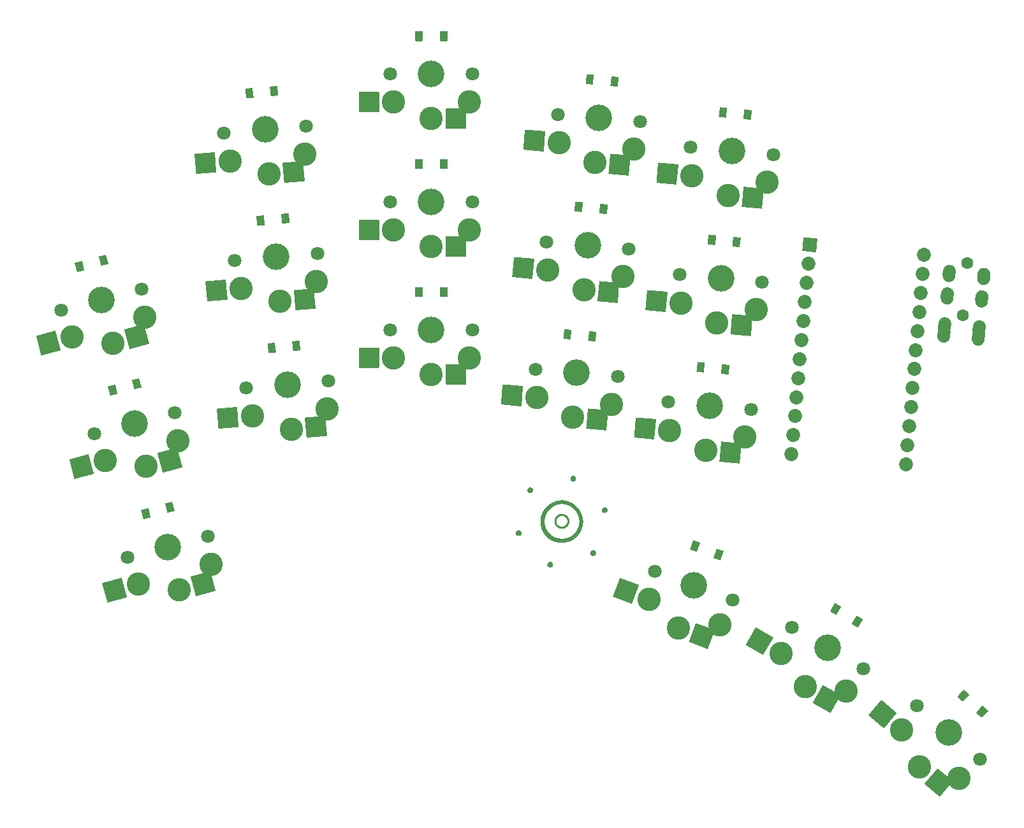
<source format=gbr>
%TF.GenerationSoftware,KiCad,Pcbnew,(5.1.10)-1*%
%TF.CreationDate,2021-09-28T22:32:17-05:00*%
%TF.ProjectId,a_duck,615f6475-636b-42e6-9b69-6361645f7063,VERSION_HERE*%
%TF.SameCoordinates,Original*%
%TF.FileFunction,Soldermask,Bot*%
%TF.FilePolarity,Negative*%
%FSLAX46Y46*%
G04 Gerber Fmt 4.6, Leading zero omitted, Abs format (unit mm)*
G04 Created by KiCad (PCBNEW (5.1.10)-1) date 2021-09-28 22:32:17*
%MOMM*%
%LPD*%
G01*
G04 APERTURE LIST*
%ADD10C,0.136036*%
%ADD11C,0.100000*%
%ADD12C,1.852600*%
%ADD13C,3.529000*%
%ADD14C,1.801800*%
%ADD15C,3.100000*%
%ADD16C,1.600000*%
G04 APERTURE END LIST*
D10*
%TO.C,svg2mod*%
G36*
X209144225Y-168634074D02*
G01*
X209143261Y-168657949D01*
X209140419Y-168681292D01*
X209135773Y-168704029D01*
X209129399Y-168726084D01*
X209121370Y-168747382D01*
X209111763Y-168767849D01*
X209100652Y-168787409D01*
X209088111Y-168805989D01*
X209074215Y-168823512D01*
X209059040Y-168839905D01*
X209042659Y-168855091D01*
X209025148Y-168868997D01*
X209006582Y-168881548D01*
X208987035Y-168892667D01*
X208966582Y-168902282D01*
X208945298Y-168910316D01*
X208923258Y-168916696D01*
X208900536Y-168921345D01*
X208877208Y-168924190D01*
X208853347Y-168925154D01*
X208829465Y-168924190D01*
X208806114Y-168921345D01*
X208783367Y-168916696D01*
X208761301Y-168910316D01*
X208739991Y-168902282D01*
X208719511Y-168892667D01*
X208699937Y-168881548D01*
X208681343Y-168868997D01*
X208663806Y-168855091D01*
X208647399Y-168839905D01*
X208632199Y-168823512D01*
X208618280Y-168805989D01*
X208605717Y-168787409D01*
X208594586Y-168767849D01*
X208584961Y-168747382D01*
X208576917Y-168726084D01*
X208570531Y-168704029D01*
X208565876Y-168681292D01*
X208563028Y-168657949D01*
X208562062Y-168634074D01*
X208563028Y-168610217D01*
X208565876Y-168586889D01*
X208570531Y-168564163D01*
X208576917Y-168542116D01*
X208584961Y-168520823D01*
X208594586Y-168500359D01*
X208605717Y-168480799D01*
X208618280Y-168462218D01*
X208632199Y-168444691D01*
X208647399Y-168428294D01*
X208663806Y-168413102D01*
X208681343Y-168399190D01*
X208699937Y-168386633D01*
X208719511Y-168375506D01*
X208739991Y-168365885D01*
X208761301Y-168357844D01*
X208783367Y-168351460D01*
X208806114Y-168346806D01*
X208829465Y-168343959D01*
X208853347Y-168342993D01*
X208877208Y-168343958D01*
X208900536Y-168346803D01*
X208923258Y-168351452D01*
X208945298Y-168357831D01*
X208966582Y-168365866D01*
X208987035Y-168375480D01*
X209006582Y-168386600D01*
X209025148Y-168399151D01*
X209042659Y-168413057D01*
X209059040Y-168428243D01*
X209074215Y-168444636D01*
X209088111Y-168462159D01*
X209100652Y-168480738D01*
X209111763Y-168500299D01*
X209121370Y-168520766D01*
X209129399Y-168542064D01*
X209135773Y-168564119D01*
X209140419Y-168586856D01*
X209143261Y-168610199D01*
X209144225Y-168634074D01*
G37*
X209144225Y-168634074D02*
X209143261Y-168657949D01*
X209140419Y-168681292D01*
X209135773Y-168704029D01*
X209129399Y-168726084D01*
X209121370Y-168747382D01*
X209111763Y-168767849D01*
X209100652Y-168787409D01*
X209088111Y-168805989D01*
X209074215Y-168823512D01*
X209059040Y-168839905D01*
X209042659Y-168855091D01*
X209025148Y-168868997D01*
X209006582Y-168881548D01*
X208987035Y-168892667D01*
X208966582Y-168902282D01*
X208945298Y-168910316D01*
X208923258Y-168916696D01*
X208900536Y-168921345D01*
X208877208Y-168924190D01*
X208853347Y-168925154D01*
X208829465Y-168924190D01*
X208806114Y-168921345D01*
X208783367Y-168916696D01*
X208761301Y-168910316D01*
X208739991Y-168902282D01*
X208719511Y-168892667D01*
X208699937Y-168881548D01*
X208681343Y-168868997D01*
X208663806Y-168855091D01*
X208647399Y-168839905D01*
X208632199Y-168823512D01*
X208618280Y-168805989D01*
X208605717Y-168787409D01*
X208594586Y-168767849D01*
X208584961Y-168747382D01*
X208576917Y-168726084D01*
X208570531Y-168704029D01*
X208565876Y-168681292D01*
X208563028Y-168657949D01*
X208562062Y-168634074D01*
X208563028Y-168610217D01*
X208565876Y-168586889D01*
X208570531Y-168564163D01*
X208576917Y-168542116D01*
X208584961Y-168520823D01*
X208594586Y-168500359D01*
X208605717Y-168480799D01*
X208618280Y-168462218D01*
X208632199Y-168444691D01*
X208647399Y-168428294D01*
X208663806Y-168413102D01*
X208681343Y-168399190D01*
X208699937Y-168386633D01*
X208719511Y-168375506D01*
X208739991Y-168365885D01*
X208761301Y-168357844D01*
X208783367Y-168351460D01*
X208806114Y-168346806D01*
X208829465Y-168343959D01*
X208853347Y-168342993D01*
X208877208Y-168343958D01*
X208900536Y-168346803D01*
X208923258Y-168351452D01*
X208945298Y-168357831D01*
X208966582Y-168365866D01*
X208987035Y-168375480D01*
X209006582Y-168386600D01*
X209025148Y-168399151D01*
X209042659Y-168413057D01*
X209059040Y-168428243D01*
X209074215Y-168444636D01*
X209088111Y-168462159D01*
X209100652Y-168480738D01*
X209111763Y-168500299D01*
X209121370Y-168520766D01*
X209129399Y-168542064D01*
X209135773Y-168564119D01*
X209140419Y-168586856D01*
X209143261Y-168610199D01*
X209144225Y-168634074D01*
G36*
X213066461Y-170058053D02*
G01*
X213064900Y-170398600D01*
X213039768Y-170398730D01*
X213014697Y-170399119D01*
X212989688Y-170399766D01*
X212964742Y-170400670D01*
X212939862Y-170401829D01*
X212915048Y-170403242D01*
X212890301Y-170404907D01*
X212865623Y-170406824D01*
X212841015Y-170408992D01*
X212816479Y-170411408D01*
X212792015Y-170414072D01*
X212767625Y-170416982D01*
X212743310Y-170420137D01*
X212719071Y-170423536D01*
X212694910Y-170427178D01*
X212670829Y-170431061D01*
X212646827Y-170435184D01*
X212622907Y-170439545D01*
X212599070Y-170444144D01*
X212575318Y-170448979D01*
X212551650Y-170454049D01*
X212528069Y-170459352D01*
X212504576Y-170464888D01*
X212481173Y-170470655D01*
X212457860Y-170476651D01*
X212434639Y-170482876D01*
X212411510Y-170489328D01*
X212388477Y-170496006D01*
X212365538Y-170502908D01*
X212342697Y-170510034D01*
X212319954Y-170517382D01*
X212297311Y-170524951D01*
X212274768Y-170532739D01*
X212252327Y-170540746D01*
X212229990Y-170548969D01*
X212207757Y-170557408D01*
X212185630Y-170566062D01*
X212163610Y-170574929D01*
X212141699Y-170584007D01*
X212119897Y-170593296D01*
X212098207Y-170602794D01*
X212076628Y-170612500D01*
X212055163Y-170622413D01*
X212033814Y-170632532D01*
X212012580Y-170642854D01*
X211991463Y-170653380D01*
X211970466Y-170664107D01*
X211949588Y-170675034D01*
X211928831Y-170686161D01*
X211908197Y-170697485D01*
X211887687Y-170709006D01*
X211867302Y-170720722D01*
X211847043Y-170732631D01*
X211826912Y-170744734D01*
X211806910Y-170757028D01*
X211787038Y-170769512D01*
X211767297Y-170782185D01*
X211747689Y-170795045D01*
X211728216Y-170808091D01*
X211708877Y-170821323D01*
X211689675Y-170834738D01*
X211670611Y-170848336D01*
X211651686Y-170862115D01*
X211632902Y-170876073D01*
X211614259Y-170890211D01*
X211595760Y-170904525D01*
X211577404Y-170919016D01*
X211559195Y-170933681D01*
X211541132Y-170948520D01*
X211523217Y-170963531D01*
X211505451Y-170978713D01*
X211487836Y-170994065D01*
X211470373Y-171009585D01*
X211453064Y-171025272D01*
X211435909Y-171041125D01*
X211418909Y-171057142D01*
X211402067Y-171073323D01*
X211385383Y-171089666D01*
X211368859Y-171106169D01*
X211352495Y-171122832D01*
X211336294Y-171139652D01*
X211320257Y-171156630D01*
X211304384Y-171173763D01*
X211288677Y-171191051D01*
X211273137Y-171208492D01*
X211257766Y-171226084D01*
X211242565Y-171243827D01*
X211227535Y-171261719D01*
X211212677Y-171279759D01*
X211197993Y-171297945D01*
X211183484Y-171316277D01*
X211169152Y-171334753D01*
X211154997Y-171353372D01*
X211141021Y-171372132D01*
X211127224Y-171391032D01*
X211113610Y-171410072D01*
X211100178Y-171429249D01*
X211086929Y-171448562D01*
X211073866Y-171468011D01*
X211060990Y-171487593D01*
X211048301Y-171507308D01*
X211035802Y-171527155D01*
X211023493Y-171547131D01*
X211011375Y-171567236D01*
X210999450Y-171587469D01*
X210987720Y-171607827D01*
X210976185Y-171628311D01*
X210964847Y-171648918D01*
X210953706Y-171669647D01*
X210942765Y-171690498D01*
X210932025Y-171711468D01*
X210921486Y-171732557D01*
X210911151Y-171753763D01*
X210901020Y-171775085D01*
X210891095Y-171796522D01*
X210881377Y-171818072D01*
X210871867Y-171839734D01*
X210862566Y-171861507D01*
X210853476Y-171883389D01*
X210844599Y-171905380D01*
X210835935Y-171927478D01*
X210827485Y-171949681D01*
X210819252Y-171971989D01*
X210811235Y-171994400D01*
X210803438Y-172016913D01*
X210795859Y-172039527D01*
X210788502Y-172062240D01*
X210781368Y-172085051D01*
X210774457Y-172107958D01*
X210767771Y-172130961D01*
X210761311Y-172154059D01*
X210755078Y-172177249D01*
X210749074Y-172200531D01*
X210743301Y-172223903D01*
X210737758Y-172247365D01*
X210732448Y-172270914D01*
X210727372Y-172294550D01*
X210722531Y-172318271D01*
X210717927Y-172342076D01*
X210713560Y-172365963D01*
X210709432Y-172389932D01*
X210705545Y-172413982D01*
X210701899Y-172438110D01*
X210698495Y-172462315D01*
X210695336Y-172486597D01*
X210692423Y-172510954D01*
X210689756Y-172535385D01*
X210687336Y-172559888D01*
X210685167Y-172584463D01*
X210683247Y-172609107D01*
X210681579Y-172633820D01*
X210680165Y-172658600D01*
X210679005Y-172683447D01*
X210678100Y-172708358D01*
X210677452Y-172733333D01*
X210677062Y-172758370D01*
X210676932Y-172783468D01*
X210677062Y-172808566D01*
X210677452Y-172833603D01*
X210678100Y-172858578D01*
X210679005Y-172883489D01*
X210680165Y-172908336D01*
X210681579Y-172933117D01*
X210683247Y-172957831D01*
X210685167Y-172982476D01*
X210687336Y-173007052D01*
X210689756Y-173031556D01*
X210692423Y-173055988D01*
X210695336Y-173080347D01*
X210698495Y-173104630D01*
X210701899Y-173128837D01*
X210705545Y-173152967D01*
X210709432Y-173177018D01*
X210713560Y-173200989D01*
X210717927Y-173224879D01*
X210722531Y-173248686D01*
X210727372Y-173272409D01*
X210732448Y-173296047D01*
X210737758Y-173319598D01*
X210743301Y-173343062D01*
X210749074Y-173366437D01*
X210755078Y-173389721D01*
X210761311Y-173412914D01*
X210767771Y-173436014D01*
X210774457Y-173459020D01*
X210781368Y-173481931D01*
X210788502Y-173504745D01*
X210795859Y-173527461D01*
X210803438Y-173550078D01*
X210811235Y-173572594D01*
X210819252Y-173595008D01*
X210827485Y-173617320D01*
X210835935Y-173639526D01*
X210844599Y-173661628D01*
X210853476Y-173683622D01*
X210862566Y-173705508D01*
X210871867Y-173727285D01*
X210881377Y-173748951D01*
X210891095Y-173770505D01*
X210901020Y-173791945D01*
X210911151Y-173813271D01*
X210921486Y-173834481D01*
X210932025Y-173855574D01*
X210942765Y-173876549D01*
X210953706Y-173897403D01*
X210964847Y-173918137D01*
X210976185Y-173938748D01*
X210987720Y-173959236D01*
X210999450Y-173979599D01*
X211011375Y-173999836D01*
X211023493Y-174019946D01*
X211035802Y-174039926D01*
X211048301Y-174059777D01*
X211060990Y-174079497D01*
X211073866Y-174099084D01*
X211086929Y-174118537D01*
X211100178Y-174137855D01*
X211113610Y-174157037D01*
X211127224Y-174176081D01*
X211141021Y-174194986D01*
X211154997Y-174213751D01*
X211169152Y-174232375D01*
X211183484Y-174250855D01*
X211197993Y-174269192D01*
X211212677Y-174287383D01*
X211227535Y-174305428D01*
X211242565Y-174323325D01*
X211257766Y-174341073D01*
X211273137Y-174358670D01*
X211288677Y-174376116D01*
X211304384Y-174393408D01*
X211320257Y-174410546D01*
X211336294Y-174427529D01*
X211352495Y-174444355D01*
X211368859Y-174461022D01*
X211385383Y-174477531D01*
X211402067Y-174493878D01*
X211418909Y-174510064D01*
X211435909Y-174526086D01*
X211453064Y-174541944D01*
X211470373Y-174557636D01*
X211487836Y-174573161D01*
X211505451Y-174588517D01*
X211523217Y-174603704D01*
X211541132Y-174618720D01*
X211559195Y-174633564D01*
X211577404Y-174648234D01*
X211595760Y-174662729D01*
X211614259Y-174677049D01*
X211632902Y-174691191D01*
X211651686Y-174705154D01*
X211670611Y-174718938D01*
X211689675Y-174732540D01*
X211708877Y-174745960D01*
X211728216Y-174759197D01*
X211747689Y-174772248D01*
X211767297Y-174785113D01*
X211787038Y-174797790D01*
X211806910Y-174810278D01*
X211826912Y-174822577D01*
X211847043Y-174834684D01*
X211867302Y-174846598D01*
X211887687Y-174858318D01*
X211908197Y-174869843D01*
X211928831Y-174881172D01*
X211949588Y-174892302D01*
X211970466Y-174903234D01*
X211991463Y-174913965D01*
X212012580Y-174924495D01*
X212033814Y-174934821D01*
X212055163Y-174944944D01*
X212076628Y-174954860D01*
X212098207Y-174964570D01*
X212119897Y-174974073D01*
X212141699Y-174983365D01*
X212163610Y-174992447D01*
X212185630Y-175001318D01*
X212207757Y-175009975D01*
X212229990Y-175018417D01*
X212252327Y-175026644D01*
X212274768Y-175034654D01*
X212297311Y-175042445D01*
X212319954Y-175050017D01*
X212342697Y-175057368D01*
X212365538Y-175064497D01*
X212388477Y-175071403D01*
X212411510Y-175078083D01*
X212434639Y-175084538D01*
X212457860Y-175090766D01*
X212481173Y-175096765D01*
X212504576Y-175102534D01*
X212528069Y-175108072D01*
X212551650Y-175113378D01*
X212575318Y-175118450D01*
X212599070Y-175123287D01*
X212622907Y-175127888D01*
X212646827Y-175132252D01*
X212670829Y-175136376D01*
X212694910Y-175140261D01*
X212719071Y-175143904D01*
X212743310Y-175147305D01*
X212767625Y-175150461D01*
X212792015Y-175153373D01*
X212816479Y-175156038D01*
X212841015Y-175158455D01*
X212865623Y-175160624D01*
X212890301Y-175162542D01*
X212915048Y-175164208D01*
X212939862Y-175165622D01*
X212964742Y-175166781D01*
X212989688Y-175167685D01*
X213014697Y-175168332D01*
X213039768Y-175168722D01*
X213064900Y-175168852D01*
X213090033Y-175168722D01*
X213115104Y-175168332D01*
X213140114Y-175167685D01*
X213165059Y-175166781D01*
X213189940Y-175165622D01*
X213214755Y-175164208D01*
X213239503Y-175162542D01*
X213264182Y-175160624D01*
X213288790Y-175158455D01*
X213313328Y-175156038D01*
X213337793Y-175153373D01*
X213362185Y-175150461D01*
X213386501Y-175147305D01*
X213410741Y-175143904D01*
X213434903Y-175140261D01*
X213458987Y-175136376D01*
X213482990Y-175132252D01*
X213506912Y-175127888D01*
X213530751Y-175123287D01*
X213554506Y-175118450D01*
X213578176Y-175113378D01*
X213601759Y-175108072D01*
X213625254Y-175102534D01*
X213648660Y-175096765D01*
X213671976Y-175090766D01*
X213695200Y-175084538D01*
X213718331Y-175078083D01*
X213741367Y-175071403D01*
X213764309Y-175064497D01*
X213787153Y-175057368D01*
X213809899Y-175050017D01*
X213832546Y-175042445D01*
X213855092Y-175034654D01*
X213877536Y-175026644D01*
X213899877Y-175018417D01*
X213922113Y-175009975D01*
X213944243Y-175001318D01*
X213966267Y-174992447D01*
X213988182Y-174983365D01*
X214009987Y-174974073D01*
X214031681Y-174964570D01*
X214053264Y-174954860D01*
X214074732Y-174944944D01*
X214096086Y-174934821D01*
X214117324Y-174924495D01*
X214138444Y-174913965D01*
X214159446Y-174903234D01*
X214180328Y-174892302D01*
X214201089Y-174881172D01*
X214221727Y-174869843D01*
X214242242Y-174858318D01*
X214262631Y-174846598D01*
X214282894Y-174834684D01*
X214303030Y-174822577D01*
X214323037Y-174810278D01*
X214342913Y-174797790D01*
X214362658Y-174785113D01*
X214382271Y-174772248D01*
X214401749Y-174759197D01*
X214421092Y-174745960D01*
X214440299Y-174732540D01*
X214459367Y-174718938D01*
X214478297Y-174705154D01*
X214497086Y-174691191D01*
X214515734Y-174677049D01*
X214534238Y-174662729D01*
X214552598Y-174648234D01*
X214570813Y-174633564D01*
X214588881Y-174618720D01*
X214606801Y-174603704D01*
X214624571Y-174588517D01*
X214642191Y-174573161D01*
X214659658Y-174557636D01*
X214676973Y-174541944D01*
X214694133Y-174526086D01*
X214711137Y-174510064D01*
X214727985Y-174493878D01*
X214744673Y-174477531D01*
X214761203Y-174461022D01*
X214777571Y-174444355D01*
X214793777Y-174427529D01*
X214809820Y-174410546D01*
X214825698Y-174393408D01*
X214841409Y-174376116D01*
X214856954Y-174358670D01*
X214872330Y-174341073D01*
X214887536Y-174323325D01*
X214902571Y-174305428D01*
X214917433Y-174287383D01*
X214932122Y-174269192D01*
X214946636Y-174250855D01*
X214960973Y-174232375D01*
X214975133Y-174213751D01*
X214989114Y-174194986D01*
X215002915Y-174176081D01*
X215016534Y-174157037D01*
X215029971Y-174137855D01*
X215043224Y-174118537D01*
X215056291Y-174099084D01*
X215069172Y-174079497D01*
X215081866Y-174059777D01*
X215094370Y-174039926D01*
X215106683Y-174019946D01*
X215118805Y-173999836D01*
X215130734Y-173979599D01*
X215142469Y-173959236D01*
X215154009Y-173938748D01*
X215165351Y-173918137D01*
X215176496Y-173897403D01*
X215187441Y-173876549D01*
X215198185Y-173855574D01*
X215208728Y-173834481D01*
X215219067Y-173813271D01*
X215229202Y-173791945D01*
X215239131Y-173770505D01*
X215248853Y-173748951D01*
X215258367Y-173727285D01*
X215267671Y-173705508D01*
X215276765Y-173683622D01*
X215285646Y-173661628D01*
X215294314Y-173639526D01*
X215302767Y-173617320D01*
X215311003Y-173595008D01*
X215319023Y-173572594D01*
X215326824Y-173550078D01*
X215334405Y-173527461D01*
X215341766Y-173504745D01*
X215348903Y-173481931D01*
X215355817Y-173459020D01*
X215362506Y-173436014D01*
X215368969Y-173412914D01*
X215375204Y-173389721D01*
X215381211Y-173366437D01*
X215386987Y-173343062D01*
X215392532Y-173319598D01*
X215397844Y-173296047D01*
X215402922Y-173272409D01*
X215407765Y-173248686D01*
X215412372Y-173224879D01*
X215416740Y-173200989D01*
X215420870Y-173177018D01*
X215424759Y-173152967D01*
X215428407Y-173128837D01*
X215431812Y-173104630D01*
X215434972Y-173080347D01*
X215437888Y-173055988D01*
X215440556Y-173031556D01*
X215442976Y-173007052D01*
X215445147Y-172982476D01*
X215447067Y-172957831D01*
X215448736Y-172933117D01*
X215450151Y-172908336D01*
X215451312Y-172883489D01*
X215452217Y-172858578D01*
X215452865Y-172833603D01*
X215453255Y-172808566D01*
X215453385Y-172783468D01*
X215453255Y-172758370D01*
X215452865Y-172733333D01*
X215452217Y-172708358D01*
X215451312Y-172683447D01*
X215450151Y-172658600D01*
X215448736Y-172633820D01*
X215447067Y-172609107D01*
X215445147Y-172584463D01*
X215442976Y-172559888D01*
X215440556Y-172535385D01*
X215437888Y-172510954D01*
X215434972Y-172486597D01*
X215431812Y-172462315D01*
X215428407Y-172438110D01*
X215424759Y-172413982D01*
X215420870Y-172389932D01*
X215416740Y-172365963D01*
X215412372Y-172342076D01*
X215407765Y-172318271D01*
X215402922Y-172294550D01*
X215397844Y-172270914D01*
X215392532Y-172247365D01*
X215386987Y-172223903D01*
X215381211Y-172200531D01*
X215375204Y-172177249D01*
X215368969Y-172154059D01*
X215362506Y-172130961D01*
X215355817Y-172107958D01*
X215348903Y-172085051D01*
X215341766Y-172062240D01*
X215334405Y-172039527D01*
X215326824Y-172016913D01*
X215319023Y-171994400D01*
X215311003Y-171971989D01*
X215302767Y-171949681D01*
X215294314Y-171927478D01*
X215285646Y-171905380D01*
X215276765Y-171883389D01*
X215267671Y-171861507D01*
X215258367Y-171839734D01*
X215248853Y-171818072D01*
X215239131Y-171796522D01*
X215229202Y-171775085D01*
X215219067Y-171753763D01*
X215208728Y-171732557D01*
X215198185Y-171711468D01*
X215187441Y-171690498D01*
X215176496Y-171669647D01*
X215165351Y-171648918D01*
X215154009Y-171628311D01*
X215142469Y-171607827D01*
X215130734Y-171587469D01*
X215118805Y-171567236D01*
X215106683Y-171547131D01*
X215094370Y-171527155D01*
X215081866Y-171507308D01*
X215069172Y-171487593D01*
X215056291Y-171468011D01*
X215043224Y-171448562D01*
X215029971Y-171429249D01*
X215016534Y-171410072D01*
X215002915Y-171391032D01*
X214989114Y-171372132D01*
X214975133Y-171353372D01*
X214960973Y-171334753D01*
X214946636Y-171316277D01*
X214932122Y-171297945D01*
X214917433Y-171279759D01*
X214902571Y-171261719D01*
X214887536Y-171243827D01*
X214872330Y-171226084D01*
X214856954Y-171208492D01*
X214841409Y-171191051D01*
X214825698Y-171173763D01*
X214809820Y-171156630D01*
X214793777Y-171139652D01*
X214777571Y-171122832D01*
X214761203Y-171106169D01*
X214744673Y-171089666D01*
X214727985Y-171073323D01*
X214711137Y-171057142D01*
X214694133Y-171041125D01*
X214676973Y-171025272D01*
X214659658Y-171009585D01*
X214642191Y-170994065D01*
X214624571Y-170978713D01*
X214606801Y-170963531D01*
X214588881Y-170948520D01*
X214570813Y-170933681D01*
X214552598Y-170919016D01*
X214534238Y-170904525D01*
X214515734Y-170890211D01*
X214497086Y-170876073D01*
X214478297Y-170862115D01*
X214459367Y-170848336D01*
X214440299Y-170834738D01*
X214421092Y-170821323D01*
X214401749Y-170808091D01*
X214382271Y-170795045D01*
X214362658Y-170782185D01*
X214342913Y-170769512D01*
X214323037Y-170757028D01*
X214303030Y-170744734D01*
X214282894Y-170732631D01*
X214262631Y-170720722D01*
X214242242Y-170709006D01*
X214221727Y-170697485D01*
X214201089Y-170686161D01*
X214180328Y-170675034D01*
X214159446Y-170664107D01*
X214138444Y-170653380D01*
X214117324Y-170642854D01*
X214096086Y-170632532D01*
X214074732Y-170622413D01*
X214053264Y-170612500D01*
X214031681Y-170602794D01*
X214009987Y-170593296D01*
X213988182Y-170584007D01*
X213966267Y-170574929D01*
X213944243Y-170566062D01*
X213922113Y-170557408D01*
X213899877Y-170548969D01*
X213877536Y-170540746D01*
X213855092Y-170532739D01*
X213832546Y-170524951D01*
X213809899Y-170517382D01*
X213787153Y-170510034D01*
X213764309Y-170502908D01*
X213741367Y-170496006D01*
X213718331Y-170489328D01*
X213695200Y-170482876D01*
X213671976Y-170476651D01*
X213648660Y-170470655D01*
X213625254Y-170464888D01*
X213601759Y-170459352D01*
X213578176Y-170454049D01*
X213554506Y-170448979D01*
X213530751Y-170444144D01*
X213506912Y-170439545D01*
X213482990Y-170435184D01*
X213458987Y-170431061D01*
X213434903Y-170427178D01*
X213410741Y-170423536D01*
X213386501Y-170420137D01*
X213362185Y-170416982D01*
X213337793Y-170414072D01*
X213313328Y-170411408D01*
X213288790Y-170408992D01*
X213264182Y-170406824D01*
X213239503Y-170404907D01*
X213214755Y-170403242D01*
X213189940Y-170401829D01*
X213165059Y-170400670D01*
X213140114Y-170399766D01*
X213115104Y-170399119D01*
X213090033Y-170398730D01*
X213064900Y-170398600D01*
X213066461Y-170058053D01*
X213091824Y-170058209D01*
X213117180Y-170058677D01*
X213142527Y-170059453D01*
X213167863Y-170060537D01*
X213193186Y-170061925D01*
X213218494Y-170063616D01*
X213243786Y-170065608D01*
X213269060Y-170067898D01*
X213294314Y-170070485D01*
X213319546Y-170073366D01*
X213344754Y-170076539D01*
X213369936Y-170080001D01*
X213395091Y-170083752D01*
X213420217Y-170087789D01*
X213445312Y-170092109D01*
X213470374Y-170096710D01*
X213495400Y-170101591D01*
X213520391Y-170106749D01*
X213545343Y-170112182D01*
X213570254Y-170117888D01*
X213595123Y-170123865D01*
X213619949Y-170130111D01*
X213644728Y-170136623D01*
X213669460Y-170143400D01*
X213694143Y-170150439D01*
X213718774Y-170157739D01*
X213743352Y-170165296D01*
X213767875Y-170173110D01*
X213792341Y-170181177D01*
X213816748Y-170189496D01*
X213841095Y-170198065D01*
X213865379Y-170206881D01*
X213889797Y-170214840D01*
X213914114Y-170223021D01*
X213938330Y-170231423D01*
X213962443Y-170240045D01*
X213986452Y-170248887D01*
X214010355Y-170257945D01*
X214034152Y-170267220D01*
X214057841Y-170276711D01*
X214081422Y-170286415D01*
X214104892Y-170296332D01*
X214128251Y-170306460D01*
X214151497Y-170316799D01*
X214174630Y-170327347D01*
X214197648Y-170338102D01*
X214220549Y-170349065D01*
X214243333Y-170360233D01*
X214265998Y-170371605D01*
X214288544Y-170383181D01*
X214310969Y-170394958D01*
X214333271Y-170406936D01*
X214355450Y-170419113D01*
X214377504Y-170431489D01*
X214399432Y-170444062D01*
X214421233Y-170456830D01*
X214442906Y-170469793D01*
X214464449Y-170482950D01*
X214485862Y-170496299D01*
X214507142Y-170509839D01*
X214528290Y-170523568D01*
X214549303Y-170537487D01*
X214570180Y-170551592D01*
X214590921Y-170565884D01*
X214611524Y-170580361D01*
X214631987Y-170595022D01*
X214652310Y-170609865D01*
X214672491Y-170624890D01*
X214692530Y-170640094D01*
X214712424Y-170655478D01*
X214732173Y-170671039D01*
X214751776Y-170686777D01*
X214771230Y-170702691D01*
X214790536Y-170718778D01*
X214809692Y-170735038D01*
X214828696Y-170751470D01*
X214847548Y-170768073D01*
X214866246Y-170784845D01*
X214884789Y-170801785D01*
X214903176Y-170818891D01*
X214921405Y-170836164D01*
X214939476Y-170853601D01*
X214957387Y-170871201D01*
X214975137Y-170888963D01*
X214992724Y-170906886D01*
X215010148Y-170924969D01*
X215027408Y-170943210D01*
X215044501Y-170961609D01*
X215061427Y-170980163D01*
X215078185Y-170998872D01*
X215094774Y-171017735D01*
X215111191Y-171036751D01*
X215127437Y-171055917D01*
X215143509Y-171075233D01*
X215159408Y-171094699D01*
X215175130Y-171114311D01*
X215190676Y-171134070D01*
X215206043Y-171153975D01*
X215221232Y-171174023D01*
X215236239Y-171194214D01*
X215251066Y-171214546D01*
X215265709Y-171235019D01*
X215280168Y-171255631D01*
X215294442Y-171276381D01*
X215308529Y-171297268D01*
X215322429Y-171318290D01*
X215336140Y-171339446D01*
X215349660Y-171360736D01*
X215362989Y-171382157D01*
X215376126Y-171403709D01*
X215389068Y-171425391D01*
X215401816Y-171447200D01*
X215414367Y-171469137D01*
X215426721Y-171491200D01*
X215438877Y-171513387D01*
X215450832Y-171535698D01*
X215462587Y-171558131D01*
X215474139Y-171580685D01*
X215485487Y-171603359D01*
X215496631Y-171626151D01*
X215507569Y-171649061D01*
X215518300Y-171672087D01*
X215528822Y-171695228D01*
X215539135Y-171718483D01*
X215549237Y-171741850D01*
X215559127Y-171765329D01*
X215568804Y-171788918D01*
X215578266Y-171812615D01*
X215587513Y-171836421D01*
X215596543Y-171860333D01*
X215605355Y-171884351D01*
X215613948Y-171908472D01*
X215622320Y-171932697D01*
X215630470Y-171957023D01*
X215638398Y-171981449D01*
X215647309Y-172005952D01*
X215655970Y-172030518D01*
X215664378Y-172055144D01*
X215672532Y-172079830D01*
X215680429Y-172104572D01*
X215688066Y-172129370D01*
X215695443Y-172154220D01*
X215702556Y-172179122D01*
X215709404Y-172204073D01*
X215715985Y-172229071D01*
X215722296Y-172254115D01*
X215728335Y-172279202D01*
X215734100Y-172304331D01*
X215739589Y-172329499D01*
X215744800Y-172354705D01*
X215749731Y-172379946D01*
X215754379Y-172405222D01*
X215758743Y-172430529D01*
X215762821Y-172455866D01*
X215766609Y-172481231D01*
X215770107Y-172506622D01*
X215773312Y-172532037D01*
X215776221Y-172557474D01*
X215778833Y-172582931D01*
X215781146Y-172608407D01*
X215783158Y-172633899D01*
X215784866Y-172659405D01*
X215786268Y-172684924D01*
X215787362Y-172710453D01*
X215788146Y-172735991D01*
X215788618Y-172761536D01*
X215788776Y-172787085D01*
X215788608Y-172813131D01*
X215788107Y-172839167D01*
X215787276Y-172865190D01*
X215786118Y-172891200D01*
X215784635Y-172917194D01*
X215782832Y-172943170D01*
X215780710Y-172969128D01*
X215778274Y-172995064D01*
X215775526Y-173020978D01*
X215772469Y-173046867D01*
X215769106Y-173072730D01*
X215765440Y-173098566D01*
X215761475Y-173124372D01*
X215757214Y-173150146D01*
X215752658Y-173175888D01*
X215747813Y-173201595D01*
X215742680Y-173227265D01*
X215737263Y-173252897D01*
X215731564Y-173278489D01*
X215725587Y-173304040D01*
X215719336Y-173329547D01*
X215712812Y-173355009D01*
X215707780Y-173379293D01*
X215702534Y-173403499D01*
X215697074Y-173427625D01*
X215691401Y-173451671D01*
X215685516Y-173475635D01*
X215679421Y-173499517D01*
X215673117Y-173523315D01*
X215666604Y-173547029D01*
X215659883Y-173570657D01*
X215652956Y-173594198D01*
X215645824Y-173617652D01*
X215638487Y-173641016D01*
X215630947Y-173664291D01*
X215623205Y-173687475D01*
X215615262Y-173710567D01*
X215607118Y-173733566D01*
X215598776Y-173756470D01*
X215590235Y-173779280D01*
X215581497Y-173801994D01*
X215572564Y-173824610D01*
X215563435Y-173847128D01*
X215554113Y-173869547D01*
X215544598Y-173891865D01*
X215534891Y-173914082D01*
X215524993Y-173936197D01*
X215514906Y-173958208D01*
X215504630Y-173980115D01*
X215494166Y-174001916D01*
X215483516Y-174023610D01*
X215472680Y-174045197D01*
X215461660Y-174066675D01*
X215450457Y-174088043D01*
X215439071Y-174109301D01*
X215427504Y-174130446D01*
X215415756Y-174151479D01*
X215403829Y-174172398D01*
X215391724Y-174193201D01*
X215379442Y-174213889D01*
X215366984Y-174234459D01*
X215354351Y-174254912D01*
X215341544Y-174275245D01*
X215328564Y-174295458D01*
X215315412Y-174315550D01*
X215302089Y-174335519D01*
X215288596Y-174355365D01*
X215274935Y-174375087D01*
X215261106Y-174394683D01*
X215247110Y-174414152D01*
X215232949Y-174433494D01*
X215218623Y-174452707D01*
X215204133Y-174471791D01*
X215189481Y-174490744D01*
X215174667Y-174509565D01*
X215159693Y-174528254D01*
X215144560Y-174546808D01*
X215129269Y-174565228D01*
X215113820Y-174583512D01*
X215098215Y-174601658D01*
X215082454Y-174619667D01*
X215066540Y-174637537D01*
X215050473Y-174655266D01*
X215034253Y-174672854D01*
X215017883Y-174690300D01*
X215001362Y-174707603D01*
X214984693Y-174724761D01*
X214967876Y-174741774D01*
X214950912Y-174758641D01*
X214933802Y-174775360D01*
X214916548Y-174791931D01*
X214899150Y-174808352D01*
X214881609Y-174824622D01*
X214863927Y-174840741D01*
X214846104Y-174856707D01*
X214828141Y-174872519D01*
X214810041Y-174888177D01*
X214791803Y-174903679D01*
X214773428Y-174919024D01*
X214754918Y-174934210D01*
X214736274Y-174949238D01*
X214717497Y-174964106D01*
X214698587Y-174978813D01*
X214679547Y-174993357D01*
X214660376Y-175007739D01*
X214641077Y-175021956D01*
X214621649Y-175036008D01*
X214602094Y-175049894D01*
X214582414Y-175063612D01*
X214562609Y-175077162D01*
X214542679Y-175090542D01*
X214522628Y-175103752D01*
X214502454Y-175116790D01*
X214482160Y-175129656D01*
X214461746Y-175142348D01*
X214441214Y-175154866D01*
X214420564Y-175167207D01*
X214399797Y-175179372D01*
X214378915Y-175191359D01*
X214357919Y-175203167D01*
X214336810Y-175214795D01*
X214315588Y-175226243D01*
X214294255Y-175237508D01*
X214272811Y-175248590D01*
X214251259Y-175259488D01*
X214229598Y-175270201D01*
X214207831Y-175280727D01*
X214185957Y-175291067D01*
X214163978Y-175301218D01*
X214141896Y-175311179D01*
X214119710Y-175320951D01*
X214097423Y-175330530D01*
X214075035Y-175339918D01*
X214052547Y-175349111D01*
X214029960Y-175358111D01*
X214007276Y-175366914D01*
X213984495Y-175375521D01*
X213961619Y-175383930D01*
X213938648Y-175392140D01*
X213915584Y-175400151D01*
X213892427Y-175407960D01*
X213869179Y-175415568D01*
X213845840Y-175422973D01*
X213822413Y-175430173D01*
X213798897Y-175437169D01*
X213775294Y-175443959D01*
X213751604Y-175450541D01*
X213727830Y-175456915D01*
X213703971Y-175463080D01*
X213680030Y-175469035D01*
X213656006Y-175474778D01*
X213631902Y-175480309D01*
X213607717Y-175485626D01*
X213583454Y-175490729D01*
X213559113Y-175495616D01*
X213534696Y-175500287D01*
X213510202Y-175504740D01*
X213485634Y-175508975D01*
X213460993Y-175512989D01*
X213436279Y-175516783D01*
X213411493Y-175520355D01*
X213386637Y-175523705D01*
X213361711Y-175526830D01*
X213336717Y-175529730D01*
X213311656Y-175532405D01*
X213286529Y-175534852D01*
X213261336Y-175537071D01*
X213236079Y-175539061D01*
X213210759Y-175540821D01*
X213185377Y-175542350D01*
X213159934Y-175543646D01*
X213134430Y-175544709D01*
X213108868Y-175545537D01*
X213083248Y-175546131D01*
X213057571Y-175546487D01*
X213031838Y-175546606D01*
X213006722Y-175546493D01*
X212981659Y-175546153D01*
X212956650Y-175545588D01*
X212931696Y-175544799D01*
X212906798Y-175543786D01*
X212881957Y-175542551D01*
X212857174Y-175541094D01*
X212832450Y-175539417D01*
X212807786Y-175537521D01*
X212783182Y-175535406D01*
X212758641Y-175533073D01*
X212734162Y-175530524D01*
X212709747Y-175527760D01*
X212685397Y-175524780D01*
X212661112Y-175521588D01*
X212636894Y-175518182D01*
X212612744Y-175514565D01*
X212588663Y-175510737D01*
X212564651Y-175506699D01*
X212540709Y-175502453D01*
X212516840Y-175497999D01*
X212493042Y-175493338D01*
X212469319Y-175488471D01*
X212445669Y-175483399D01*
X212422096Y-175478124D01*
X212398598Y-175472645D01*
X212375178Y-175466965D01*
X212351837Y-175461083D01*
X212328574Y-175455002D01*
X212305392Y-175448722D01*
X212282292Y-175442243D01*
X212259273Y-175435568D01*
X212236338Y-175428696D01*
X212213487Y-175421629D01*
X212190722Y-175414368D01*
X212168042Y-175406914D01*
X212145449Y-175399268D01*
X212122945Y-175391430D01*
X212100530Y-175383402D01*
X212078205Y-175375185D01*
X212055970Y-175366780D01*
X212033828Y-175358187D01*
X212011779Y-175349408D01*
X211989824Y-175340444D01*
X211967963Y-175331295D01*
X211946199Y-175321962D01*
X211924531Y-175312447D01*
X211902961Y-175302751D01*
X211881490Y-175292874D01*
X211860119Y-175282818D01*
X211838848Y-175272583D01*
X211817680Y-175262170D01*
X211796614Y-175251581D01*
X211775651Y-175240816D01*
X211754794Y-175229876D01*
X211734041Y-175218763D01*
X211713396Y-175207477D01*
X211692858Y-175196019D01*
X211672429Y-175184391D01*
X211652109Y-175172592D01*
X211631899Y-175160625D01*
X211611801Y-175148490D01*
X211591816Y-175136188D01*
X211571944Y-175123720D01*
X211552186Y-175111087D01*
X211532544Y-175098290D01*
X211513017Y-175085330D01*
X211493609Y-175072209D01*
X211474318Y-175058926D01*
X211455147Y-175045483D01*
X211436096Y-175031881D01*
X211417166Y-175018120D01*
X211398358Y-175004203D01*
X211379674Y-174990129D01*
X211361113Y-174975901D01*
X211342678Y-174961518D01*
X211324369Y-174946981D01*
X211306186Y-174932293D01*
X211288132Y-174917453D01*
X211270207Y-174902463D01*
X211252412Y-174887323D01*
X211234747Y-174872035D01*
X211217215Y-174856600D01*
X211199815Y-174841018D01*
X211182549Y-174825290D01*
X211165418Y-174809418D01*
X211148423Y-174793403D01*
X211131564Y-174777245D01*
X211114844Y-174760946D01*
X211098262Y-174744506D01*
X211081819Y-174727926D01*
X211065518Y-174711207D01*
X211049358Y-174694351D01*
X211033340Y-174677358D01*
X211017466Y-174660230D01*
X211001737Y-174642967D01*
X210986153Y-174625569D01*
X210970716Y-174608039D01*
X210955426Y-174590378D01*
X210940284Y-174572585D01*
X210925292Y-174554663D01*
X210910451Y-174536611D01*
X210895760Y-174518432D01*
X210881222Y-174500125D01*
X210866838Y-174481693D01*
X210852607Y-174463135D01*
X210838532Y-174444454D01*
X210824613Y-174425649D01*
X210810852Y-174406723D01*
X210797248Y-174387675D01*
X210783804Y-174368507D01*
X210770519Y-174349220D01*
X210757396Y-174329814D01*
X210744435Y-174310292D01*
X210731637Y-174290653D01*
X210719003Y-174270899D01*
X210706534Y-174251030D01*
X210694231Y-174231048D01*
X210682094Y-174210954D01*
X210670126Y-174190749D01*
X210658327Y-174170433D01*
X210646697Y-174150007D01*
X210635238Y-174129473D01*
X210623951Y-174108832D01*
X210612837Y-174088084D01*
X210601896Y-174067230D01*
X210591131Y-174046272D01*
X210580541Y-174025210D01*
X210570127Y-174004046D01*
X210559891Y-173982780D01*
X210549834Y-173961413D01*
X210539957Y-173939946D01*
X210530259Y-173918381D01*
X210520744Y-173896718D01*
X210511411Y-173874958D01*
X210502261Y-173853103D01*
X210493296Y-173831152D01*
X210484516Y-173809108D01*
X210475923Y-173786971D01*
X210467517Y-173764742D01*
X210459299Y-173742422D01*
X210451271Y-173720012D01*
X210443433Y-173697513D01*
X210435786Y-173674925D01*
X210428332Y-173652251D01*
X210421070Y-173629491D01*
X210414003Y-173606646D01*
X210407131Y-173583716D01*
X210400455Y-173560703D01*
X210393977Y-173537609D01*
X210387696Y-173514433D01*
X210381614Y-173491176D01*
X210375732Y-173467841D01*
X210370052Y-173444427D01*
X210364573Y-173420936D01*
X210359297Y-173397368D01*
X210354225Y-173373725D01*
X210349358Y-173350008D01*
X210344697Y-173326217D01*
X210340243Y-173302354D01*
X210335996Y-173278419D01*
X210331958Y-173254414D01*
X210328130Y-173230339D01*
X210324513Y-173206196D01*
X210321107Y-173181985D01*
X210317914Y-173157707D01*
X210314935Y-173133364D01*
X210312170Y-173108956D01*
X210309621Y-173084485D01*
X210307289Y-173059951D01*
X210305174Y-173035355D01*
X210303277Y-173010698D01*
X210301600Y-172985981D01*
X210300144Y-172961206D01*
X210298908Y-172936373D01*
X210297896Y-172911483D01*
X210297106Y-172886537D01*
X210296541Y-172861536D01*
X210296201Y-172836481D01*
X210296088Y-172811373D01*
X210296207Y-172785693D01*
X210296562Y-172760068D01*
X210297153Y-172734500D01*
X210297979Y-172708989D01*
X210299039Y-172683537D01*
X210300331Y-172658146D01*
X210301854Y-172632814D01*
X210303608Y-172607545D01*
X210305592Y-172582339D01*
X210307804Y-172557196D01*
X210310243Y-172532118D01*
X210312909Y-172507107D01*
X210315800Y-172482162D01*
X210318915Y-172457286D01*
X210322253Y-172432478D01*
X210325814Y-172407741D01*
X210329595Y-172383075D01*
X210333597Y-172358482D01*
X210337818Y-172333961D01*
X210342257Y-172309515D01*
X210346913Y-172285144D01*
X210351784Y-172260850D01*
X210356871Y-172236633D01*
X210362171Y-172212494D01*
X210367684Y-172188435D01*
X210373409Y-172164457D01*
X210379345Y-172140560D01*
X210385490Y-172116746D01*
X210391844Y-172093016D01*
X210398405Y-172069370D01*
X210405173Y-172045810D01*
X210412147Y-172022337D01*
X210419325Y-171998951D01*
X210426706Y-171975655D01*
X210434290Y-171952448D01*
X210442075Y-171929333D01*
X210450060Y-171906309D01*
X210458245Y-171883379D01*
X210466628Y-171860542D01*
X210475208Y-171837801D01*
X210483984Y-171815156D01*
X210492955Y-171792608D01*
X210502120Y-171770158D01*
X210511478Y-171747808D01*
X210521029Y-171725558D01*
X210530770Y-171703409D01*
X210540701Y-171681362D01*
X210550820Y-171659419D01*
X210561128Y-171637581D01*
X210571622Y-171615848D01*
X210582302Y-171594222D01*
X210593167Y-171572703D01*
X210604215Y-171551293D01*
X210615446Y-171529992D01*
X210626858Y-171508803D01*
X210638451Y-171487725D01*
X210650223Y-171466759D01*
X210662174Y-171445908D01*
X210674302Y-171425172D01*
X210686607Y-171404551D01*
X210699086Y-171384048D01*
X210711740Y-171363662D01*
X210724568Y-171343395D01*
X210737567Y-171323249D01*
X210750737Y-171303224D01*
X210764078Y-171283321D01*
X210777587Y-171263541D01*
X210791265Y-171243885D01*
X210805109Y-171224354D01*
X210819120Y-171204950D01*
X210833295Y-171185674D01*
X210847634Y-171166525D01*
X210862136Y-171147506D01*
X210876800Y-171128618D01*
X210891624Y-171109861D01*
X210906608Y-171091237D01*
X210921751Y-171072746D01*
X210937051Y-171054390D01*
X210952508Y-171036169D01*
X210968120Y-171018086D01*
X210983886Y-171000140D01*
X210999806Y-170982333D01*
X211015879Y-170964665D01*
X211032103Y-170947139D01*
X211048477Y-170929754D01*
X211065000Y-170912513D01*
X211081671Y-170895415D01*
X211098490Y-170878463D01*
X211115455Y-170861656D01*
X211132565Y-170844997D01*
X211149819Y-170828486D01*
X211167215Y-170812124D01*
X211184754Y-170795912D01*
X211202434Y-170779852D01*
X211220253Y-170763944D01*
X211238212Y-170748189D01*
X211256308Y-170732589D01*
X211274541Y-170717144D01*
X211292910Y-170701855D01*
X211311413Y-170686724D01*
X211330050Y-170671752D01*
X211348819Y-170656939D01*
X211367720Y-170642287D01*
X211386752Y-170627797D01*
X211405913Y-170613469D01*
X211425202Y-170599305D01*
X211444619Y-170585306D01*
X211464162Y-170571473D01*
X211483830Y-170557807D01*
X211503623Y-170544308D01*
X211523538Y-170530979D01*
X211543576Y-170517819D01*
X211563735Y-170504831D01*
X211584014Y-170492014D01*
X211604413Y-170479371D01*
X211624929Y-170466902D01*
X211645562Y-170454608D01*
X211666311Y-170442490D01*
X211687175Y-170430550D01*
X211708152Y-170418788D01*
X211729243Y-170407205D01*
X211750445Y-170395803D01*
X211771758Y-170384582D01*
X211793180Y-170373544D01*
X211814711Y-170362689D01*
X211836350Y-170352019D01*
X211858095Y-170341534D01*
X211879946Y-170331236D01*
X211901901Y-170321126D01*
X211923960Y-170311204D01*
X211946121Y-170301472D01*
X211968383Y-170291931D01*
X211990746Y-170282582D01*
X212013207Y-170273425D01*
X212035767Y-170264463D01*
X212058425Y-170255696D01*
X212081178Y-170247124D01*
X212104026Y-170238750D01*
X212126969Y-170230573D01*
X212150004Y-170222596D01*
X212173131Y-170214819D01*
X212196349Y-170207243D01*
X212219657Y-170199870D01*
X212243054Y-170192699D01*
X212266539Y-170185733D01*
X212290110Y-170178973D01*
X212313767Y-170172419D01*
X212337509Y-170166072D01*
X212361335Y-170159933D01*
X212385242Y-170154005D01*
X212409232Y-170148286D01*
X212433302Y-170142780D01*
X212457451Y-170137486D01*
X212481679Y-170132406D01*
X212505984Y-170127540D01*
X212530366Y-170122890D01*
X212554822Y-170118457D01*
X212579353Y-170114242D01*
X212603958Y-170110246D01*
X212629437Y-170104806D01*
X212654948Y-170099643D01*
X212680492Y-170094761D01*
X212706065Y-170090165D01*
X212731668Y-170085857D01*
X212757297Y-170081843D01*
X212782952Y-170078126D01*
X212808632Y-170074711D01*
X212834335Y-170071602D01*
X212860059Y-170068802D01*
X212885803Y-170066316D01*
X212911567Y-170064149D01*
X212937347Y-170062303D01*
X212963144Y-170060784D01*
X212988955Y-170059595D01*
X213014779Y-170058741D01*
X213040615Y-170058225D01*
X213066461Y-170058053D01*
G37*
X213066461Y-170058053D02*
X213064900Y-170398600D01*
X213039768Y-170398730D01*
X213014697Y-170399119D01*
X212989688Y-170399766D01*
X212964742Y-170400670D01*
X212939862Y-170401829D01*
X212915048Y-170403242D01*
X212890301Y-170404907D01*
X212865623Y-170406824D01*
X212841015Y-170408992D01*
X212816479Y-170411408D01*
X212792015Y-170414072D01*
X212767625Y-170416982D01*
X212743310Y-170420137D01*
X212719071Y-170423536D01*
X212694910Y-170427178D01*
X212670829Y-170431061D01*
X212646827Y-170435184D01*
X212622907Y-170439545D01*
X212599070Y-170444144D01*
X212575318Y-170448979D01*
X212551650Y-170454049D01*
X212528069Y-170459352D01*
X212504576Y-170464888D01*
X212481173Y-170470655D01*
X212457860Y-170476651D01*
X212434639Y-170482876D01*
X212411510Y-170489328D01*
X212388477Y-170496006D01*
X212365538Y-170502908D01*
X212342697Y-170510034D01*
X212319954Y-170517382D01*
X212297311Y-170524951D01*
X212274768Y-170532739D01*
X212252327Y-170540746D01*
X212229990Y-170548969D01*
X212207757Y-170557408D01*
X212185630Y-170566062D01*
X212163610Y-170574929D01*
X212141699Y-170584007D01*
X212119897Y-170593296D01*
X212098207Y-170602794D01*
X212076628Y-170612500D01*
X212055163Y-170622413D01*
X212033814Y-170632532D01*
X212012580Y-170642854D01*
X211991463Y-170653380D01*
X211970466Y-170664107D01*
X211949588Y-170675034D01*
X211928831Y-170686161D01*
X211908197Y-170697485D01*
X211887687Y-170709006D01*
X211867302Y-170720722D01*
X211847043Y-170732631D01*
X211826912Y-170744734D01*
X211806910Y-170757028D01*
X211787038Y-170769512D01*
X211767297Y-170782185D01*
X211747689Y-170795045D01*
X211728216Y-170808091D01*
X211708877Y-170821323D01*
X211689675Y-170834738D01*
X211670611Y-170848336D01*
X211651686Y-170862115D01*
X211632902Y-170876073D01*
X211614259Y-170890211D01*
X211595760Y-170904525D01*
X211577404Y-170919016D01*
X211559195Y-170933681D01*
X211541132Y-170948520D01*
X211523217Y-170963531D01*
X211505451Y-170978713D01*
X211487836Y-170994065D01*
X211470373Y-171009585D01*
X211453064Y-171025272D01*
X211435909Y-171041125D01*
X211418909Y-171057142D01*
X211402067Y-171073323D01*
X211385383Y-171089666D01*
X211368859Y-171106169D01*
X211352495Y-171122832D01*
X211336294Y-171139652D01*
X211320257Y-171156630D01*
X211304384Y-171173763D01*
X211288677Y-171191051D01*
X211273137Y-171208492D01*
X211257766Y-171226084D01*
X211242565Y-171243827D01*
X211227535Y-171261719D01*
X211212677Y-171279759D01*
X211197993Y-171297945D01*
X211183484Y-171316277D01*
X211169152Y-171334753D01*
X211154997Y-171353372D01*
X211141021Y-171372132D01*
X211127224Y-171391032D01*
X211113610Y-171410072D01*
X211100178Y-171429249D01*
X211086929Y-171448562D01*
X211073866Y-171468011D01*
X211060990Y-171487593D01*
X211048301Y-171507308D01*
X211035802Y-171527155D01*
X211023493Y-171547131D01*
X211011375Y-171567236D01*
X210999450Y-171587469D01*
X210987720Y-171607827D01*
X210976185Y-171628311D01*
X210964847Y-171648918D01*
X210953706Y-171669647D01*
X210942765Y-171690498D01*
X210932025Y-171711468D01*
X210921486Y-171732557D01*
X210911151Y-171753763D01*
X210901020Y-171775085D01*
X210891095Y-171796522D01*
X210881377Y-171818072D01*
X210871867Y-171839734D01*
X210862566Y-171861507D01*
X210853476Y-171883389D01*
X210844599Y-171905380D01*
X210835935Y-171927478D01*
X210827485Y-171949681D01*
X210819252Y-171971989D01*
X210811235Y-171994400D01*
X210803438Y-172016913D01*
X210795859Y-172039527D01*
X210788502Y-172062240D01*
X210781368Y-172085051D01*
X210774457Y-172107958D01*
X210767771Y-172130961D01*
X210761311Y-172154059D01*
X210755078Y-172177249D01*
X210749074Y-172200531D01*
X210743301Y-172223903D01*
X210737758Y-172247365D01*
X210732448Y-172270914D01*
X210727372Y-172294550D01*
X210722531Y-172318271D01*
X210717927Y-172342076D01*
X210713560Y-172365963D01*
X210709432Y-172389932D01*
X210705545Y-172413982D01*
X210701899Y-172438110D01*
X210698495Y-172462315D01*
X210695336Y-172486597D01*
X210692423Y-172510954D01*
X210689756Y-172535385D01*
X210687336Y-172559888D01*
X210685167Y-172584463D01*
X210683247Y-172609107D01*
X210681579Y-172633820D01*
X210680165Y-172658600D01*
X210679005Y-172683447D01*
X210678100Y-172708358D01*
X210677452Y-172733333D01*
X210677062Y-172758370D01*
X210676932Y-172783468D01*
X210677062Y-172808566D01*
X210677452Y-172833603D01*
X210678100Y-172858578D01*
X210679005Y-172883489D01*
X210680165Y-172908336D01*
X210681579Y-172933117D01*
X210683247Y-172957831D01*
X210685167Y-172982476D01*
X210687336Y-173007052D01*
X210689756Y-173031556D01*
X210692423Y-173055988D01*
X210695336Y-173080347D01*
X210698495Y-173104630D01*
X210701899Y-173128837D01*
X210705545Y-173152967D01*
X210709432Y-173177018D01*
X210713560Y-173200989D01*
X210717927Y-173224879D01*
X210722531Y-173248686D01*
X210727372Y-173272409D01*
X210732448Y-173296047D01*
X210737758Y-173319598D01*
X210743301Y-173343062D01*
X210749074Y-173366437D01*
X210755078Y-173389721D01*
X210761311Y-173412914D01*
X210767771Y-173436014D01*
X210774457Y-173459020D01*
X210781368Y-173481931D01*
X210788502Y-173504745D01*
X210795859Y-173527461D01*
X210803438Y-173550078D01*
X210811235Y-173572594D01*
X210819252Y-173595008D01*
X210827485Y-173617320D01*
X210835935Y-173639526D01*
X210844599Y-173661628D01*
X210853476Y-173683622D01*
X210862566Y-173705508D01*
X210871867Y-173727285D01*
X210881377Y-173748951D01*
X210891095Y-173770505D01*
X210901020Y-173791945D01*
X210911151Y-173813271D01*
X210921486Y-173834481D01*
X210932025Y-173855574D01*
X210942765Y-173876549D01*
X210953706Y-173897403D01*
X210964847Y-173918137D01*
X210976185Y-173938748D01*
X210987720Y-173959236D01*
X210999450Y-173979599D01*
X211011375Y-173999836D01*
X211023493Y-174019946D01*
X211035802Y-174039926D01*
X211048301Y-174059777D01*
X211060990Y-174079497D01*
X211073866Y-174099084D01*
X211086929Y-174118537D01*
X211100178Y-174137855D01*
X211113610Y-174157037D01*
X211127224Y-174176081D01*
X211141021Y-174194986D01*
X211154997Y-174213751D01*
X211169152Y-174232375D01*
X211183484Y-174250855D01*
X211197993Y-174269192D01*
X211212677Y-174287383D01*
X211227535Y-174305428D01*
X211242565Y-174323325D01*
X211257766Y-174341073D01*
X211273137Y-174358670D01*
X211288677Y-174376116D01*
X211304384Y-174393408D01*
X211320257Y-174410546D01*
X211336294Y-174427529D01*
X211352495Y-174444355D01*
X211368859Y-174461022D01*
X211385383Y-174477531D01*
X211402067Y-174493878D01*
X211418909Y-174510064D01*
X211435909Y-174526086D01*
X211453064Y-174541944D01*
X211470373Y-174557636D01*
X211487836Y-174573161D01*
X211505451Y-174588517D01*
X211523217Y-174603704D01*
X211541132Y-174618720D01*
X211559195Y-174633564D01*
X211577404Y-174648234D01*
X211595760Y-174662729D01*
X211614259Y-174677049D01*
X211632902Y-174691191D01*
X211651686Y-174705154D01*
X211670611Y-174718938D01*
X211689675Y-174732540D01*
X211708877Y-174745960D01*
X211728216Y-174759197D01*
X211747689Y-174772248D01*
X211767297Y-174785113D01*
X211787038Y-174797790D01*
X211806910Y-174810278D01*
X211826912Y-174822577D01*
X211847043Y-174834684D01*
X211867302Y-174846598D01*
X211887687Y-174858318D01*
X211908197Y-174869843D01*
X211928831Y-174881172D01*
X211949588Y-174892302D01*
X211970466Y-174903234D01*
X211991463Y-174913965D01*
X212012580Y-174924495D01*
X212033814Y-174934821D01*
X212055163Y-174944944D01*
X212076628Y-174954860D01*
X212098207Y-174964570D01*
X212119897Y-174974073D01*
X212141699Y-174983365D01*
X212163610Y-174992447D01*
X212185630Y-175001318D01*
X212207757Y-175009975D01*
X212229990Y-175018417D01*
X212252327Y-175026644D01*
X212274768Y-175034654D01*
X212297311Y-175042445D01*
X212319954Y-175050017D01*
X212342697Y-175057368D01*
X212365538Y-175064497D01*
X212388477Y-175071403D01*
X212411510Y-175078083D01*
X212434639Y-175084538D01*
X212457860Y-175090766D01*
X212481173Y-175096765D01*
X212504576Y-175102534D01*
X212528069Y-175108072D01*
X212551650Y-175113378D01*
X212575318Y-175118450D01*
X212599070Y-175123287D01*
X212622907Y-175127888D01*
X212646827Y-175132252D01*
X212670829Y-175136376D01*
X212694910Y-175140261D01*
X212719071Y-175143904D01*
X212743310Y-175147305D01*
X212767625Y-175150461D01*
X212792015Y-175153373D01*
X212816479Y-175156038D01*
X212841015Y-175158455D01*
X212865623Y-175160624D01*
X212890301Y-175162542D01*
X212915048Y-175164208D01*
X212939862Y-175165622D01*
X212964742Y-175166781D01*
X212989688Y-175167685D01*
X213014697Y-175168332D01*
X213039768Y-175168722D01*
X213064900Y-175168852D01*
X213090033Y-175168722D01*
X213115104Y-175168332D01*
X213140114Y-175167685D01*
X213165059Y-175166781D01*
X213189940Y-175165622D01*
X213214755Y-175164208D01*
X213239503Y-175162542D01*
X213264182Y-175160624D01*
X213288790Y-175158455D01*
X213313328Y-175156038D01*
X213337793Y-175153373D01*
X213362185Y-175150461D01*
X213386501Y-175147305D01*
X213410741Y-175143904D01*
X213434903Y-175140261D01*
X213458987Y-175136376D01*
X213482990Y-175132252D01*
X213506912Y-175127888D01*
X213530751Y-175123287D01*
X213554506Y-175118450D01*
X213578176Y-175113378D01*
X213601759Y-175108072D01*
X213625254Y-175102534D01*
X213648660Y-175096765D01*
X213671976Y-175090766D01*
X213695200Y-175084538D01*
X213718331Y-175078083D01*
X213741367Y-175071403D01*
X213764309Y-175064497D01*
X213787153Y-175057368D01*
X213809899Y-175050017D01*
X213832546Y-175042445D01*
X213855092Y-175034654D01*
X213877536Y-175026644D01*
X213899877Y-175018417D01*
X213922113Y-175009975D01*
X213944243Y-175001318D01*
X213966267Y-174992447D01*
X213988182Y-174983365D01*
X214009987Y-174974073D01*
X214031681Y-174964570D01*
X214053264Y-174954860D01*
X214074732Y-174944944D01*
X214096086Y-174934821D01*
X214117324Y-174924495D01*
X214138444Y-174913965D01*
X214159446Y-174903234D01*
X214180328Y-174892302D01*
X214201089Y-174881172D01*
X214221727Y-174869843D01*
X214242242Y-174858318D01*
X214262631Y-174846598D01*
X214282894Y-174834684D01*
X214303030Y-174822577D01*
X214323037Y-174810278D01*
X214342913Y-174797790D01*
X214362658Y-174785113D01*
X214382271Y-174772248D01*
X214401749Y-174759197D01*
X214421092Y-174745960D01*
X214440299Y-174732540D01*
X214459367Y-174718938D01*
X214478297Y-174705154D01*
X214497086Y-174691191D01*
X214515734Y-174677049D01*
X214534238Y-174662729D01*
X214552598Y-174648234D01*
X214570813Y-174633564D01*
X214588881Y-174618720D01*
X214606801Y-174603704D01*
X214624571Y-174588517D01*
X214642191Y-174573161D01*
X214659658Y-174557636D01*
X214676973Y-174541944D01*
X214694133Y-174526086D01*
X214711137Y-174510064D01*
X214727985Y-174493878D01*
X214744673Y-174477531D01*
X214761203Y-174461022D01*
X214777571Y-174444355D01*
X214793777Y-174427529D01*
X214809820Y-174410546D01*
X214825698Y-174393408D01*
X214841409Y-174376116D01*
X214856954Y-174358670D01*
X214872330Y-174341073D01*
X214887536Y-174323325D01*
X214902571Y-174305428D01*
X214917433Y-174287383D01*
X214932122Y-174269192D01*
X214946636Y-174250855D01*
X214960973Y-174232375D01*
X214975133Y-174213751D01*
X214989114Y-174194986D01*
X215002915Y-174176081D01*
X215016534Y-174157037D01*
X215029971Y-174137855D01*
X215043224Y-174118537D01*
X215056291Y-174099084D01*
X215069172Y-174079497D01*
X215081866Y-174059777D01*
X215094370Y-174039926D01*
X215106683Y-174019946D01*
X215118805Y-173999836D01*
X215130734Y-173979599D01*
X215142469Y-173959236D01*
X215154009Y-173938748D01*
X215165351Y-173918137D01*
X215176496Y-173897403D01*
X215187441Y-173876549D01*
X215198185Y-173855574D01*
X215208728Y-173834481D01*
X215219067Y-173813271D01*
X215229202Y-173791945D01*
X215239131Y-173770505D01*
X215248853Y-173748951D01*
X215258367Y-173727285D01*
X215267671Y-173705508D01*
X215276765Y-173683622D01*
X215285646Y-173661628D01*
X215294314Y-173639526D01*
X215302767Y-173617320D01*
X215311003Y-173595008D01*
X215319023Y-173572594D01*
X215326824Y-173550078D01*
X215334405Y-173527461D01*
X215341766Y-173504745D01*
X215348903Y-173481931D01*
X215355817Y-173459020D01*
X215362506Y-173436014D01*
X215368969Y-173412914D01*
X215375204Y-173389721D01*
X215381211Y-173366437D01*
X215386987Y-173343062D01*
X215392532Y-173319598D01*
X215397844Y-173296047D01*
X215402922Y-173272409D01*
X215407765Y-173248686D01*
X215412372Y-173224879D01*
X215416740Y-173200989D01*
X215420870Y-173177018D01*
X215424759Y-173152967D01*
X215428407Y-173128837D01*
X215431812Y-173104630D01*
X215434972Y-173080347D01*
X215437888Y-173055988D01*
X215440556Y-173031556D01*
X215442976Y-173007052D01*
X215445147Y-172982476D01*
X215447067Y-172957831D01*
X215448736Y-172933117D01*
X215450151Y-172908336D01*
X215451312Y-172883489D01*
X215452217Y-172858578D01*
X215452865Y-172833603D01*
X215453255Y-172808566D01*
X215453385Y-172783468D01*
X215453255Y-172758370D01*
X215452865Y-172733333D01*
X215452217Y-172708358D01*
X215451312Y-172683447D01*
X215450151Y-172658600D01*
X215448736Y-172633820D01*
X215447067Y-172609107D01*
X215445147Y-172584463D01*
X215442976Y-172559888D01*
X215440556Y-172535385D01*
X215437888Y-172510954D01*
X215434972Y-172486597D01*
X215431812Y-172462315D01*
X215428407Y-172438110D01*
X215424759Y-172413982D01*
X215420870Y-172389932D01*
X215416740Y-172365963D01*
X215412372Y-172342076D01*
X215407765Y-172318271D01*
X215402922Y-172294550D01*
X215397844Y-172270914D01*
X215392532Y-172247365D01*
X215386987Y-172223903D01*
X215381211Y-172200531D01*
X215375204Y-172177249D01*
X215368969Y-172154059D01*
X215362506Y-172130961D01*
X215355817Y-172107958D01*
X215348903Y-172085051D01*
X215341766Y-172062240D01*
X215334405Y-172039527D01*
X215326824Y-172016913D01*
X215319023Y-171994400D01*
X215311003Y-171971989D01*
X215302767Y-171949681D01*
X215294314Y-171927478D01*
X215285646Y-171905380D01*
X215276765Y-171883389D01*
X215267671Y-171861507D01*
X215258367Y-171839734D01*
X215248853Y-171818072D01*
X215239131Y-171796522D01*
X215229202Y-171775085D01*
X215219067Y-171753763D01*
X215208728Y-171732557D01*
X215198185Y-171711468D01*
X215187441Y-171690498D01*
X215176496Y-171669647D01*
X215165351Y-171648918D01*
X215154009Y-171628311D01*
X215142469Y-171607827D01*
X215130734Y-171587469D01*
X215118805Y-171567236D01*
X215106683Y-171547131D01*
X215094370Y-171527155D01*
X215081866Y-171507308D01*
X215069172Y-171487593D01*
X215056291Y-171468011D01*
X215043224Y-171448562D01*
X215029971Y-171429249D01*
X215016534Y-171410072D01*
X215002915Y-171391032D01*
X214989114Y-171372132D01*
X214975133Y-171353372D01*
X214960973Y-171334753D01*
X214946636Y-171316277D01*
X214932122Y-171297945D01*
X214917433Y-171279759D01*
X214902571Y-171261719D01*
X214887536Y-171243827D01*
X214872330Y-171226084D01*
X214856954Y-171208492D01*
X214841409Y-171191051D01*
X214825698Y-171173763D01*
X214809820Y-171156630D01*
X214793777Y-171139652D01*
X214777571Y-171122832D01*
X214761203Y-171106169D01*
X214744673Y-171089666D01*
X214727985Y-171073323D01*
X214711137Y-171057142D01*
X214694133Y-171041125D01*
X214676973Y-171025272D01*
X214659658Y-171009585D01*
X214642191Y-170994065D01*
X214624571Y-170978713D01*
X214606801Y-170963531D01*
X214588881Y-170948520D01*
X214570813Y-170933681D01*
X214552598Y-170919016D01*
X214534238Y-170904525D01*
X214515734Y-170890211D01*
X214497086Y-170876073D01*
X214478297Y-170862115D01*
X214459367Y-170848336D01*
X214440299Y-170834738D01*
X214421092Y-170821323D01*
X214401749Y-170808091D01*
X214382271Y-170795045D01*
X214362658Y-170782185D01*
X214342913Y-170769512D01*
X214323037Y-170757028D01*
X214303030Y-170744734D01*
X214282894Y-170732631D01*
X214262631Y-170720722D01*
X214242242Y-170709006D01*
X214221727Y-170697485D01*
X214201089Y-170686161D01*
X214180328Y-170675034D01*
X214159446Y-170664107D01*
X214138444Y-170653380D01*
X214117324Y-170642854D01*
X214096086Y-170632532D01*
X214074732Y-170622413D01*
X214053264Y-170612500D01*
X214031681Y-170602794D01*
X214009987Y-170593296D01*
X213988182Y-170584007D01*
X213966267Y-170574929D01*
X213944243Y-170566062D01*
X213922113Y-170557408D01*
X213899877Y-170548969D01*
X213877536Y-170540746D01*
X213855092Y-170532739D01*
X213832546Y-170524951D01*
X213809899Y-170517382D01*
X213787153Y-170510034D01*
X213764309Y-170502908D01*
X213741367Y-170496006D01*
X213718331Y-170489328D01*
X213695200Y-170482876D01*
X213671976Y-170476651D01*
X213648660Y-170470655D01*
X213625254Y-170464888D01*
X213601759Y-170459352D01*
X213578176Y-170454049D01*
X213554506Y-170448979D01*
X213530751Y-170444144D01*
X213506912Y-170439545D01*
X213482990Y-170435184D01*
X213458987Y-170431061D01*
X213434903Y-170427178D01*
X213410741Y-170423536D01*
X213386501Y-170420137D01*
X213362185Y-170416982D01*
X213337793Y-170414072D01*
X213313328Y-170411408D01*
X213288790Y-170408992D01*
X213264182Y-170406824D01*
X213239503Y-170404907D01*
X213214755Y-170403242D01*
X213189940Y-170401829D01*
X213165059Y-170400670D01*
X213140114Y-170399766D01*
X213115104Y-170399119D01*
X213090033Y-170398730D01*
X213064900Y-170398600D01*
X213066461Y-170058053D01*
X213091824Y-170058209D01*
X213117180Y-170058677D01*
X213142527Y-170059453D01*
X213167863Y-170060537D01*
X213193186Y-170061925D01*
X213218494Y-170063616D01*
X213243786Y-170065608D01*
X213269060Y-170067898D01*
X213294314Y-170070485D01*
X213319546Y-170073366D01*
X213344754Y-170076539D01*
X213369936Y-170080001D01*
X213395091Y-170083752D01*
X213420217Y-170087789D01*
X213445312Y-170092109D01*
X213470374Y-170096710D01*
X213495400Y-170101591D01*
X213520391Y-170106749D01*
X213545343Y-170112182D01*
X213570254Y-170117888D01*
X213595123Y-170123865D01*
X213619949Y-170130111D01*
X213644728Y-170136623D01*
X213669460Y-170143400D01*
X213694143Y-170150439D01*
X213718774Y-170157739D01*
X213743352Y-170165296D01*
X213767875Y-170173110D01*
X213792341Y-170181177D01*
X213816748Y-170189496D01*
X213841095Y-170198065D01*
X213865379Y-170206881D01*
X213889797Y-170214840D01*
X213914114Y-170223021D01*
X213938330Y-170231423D01*
X213962443Y-170240045D01*
X213986452Y-170248887D01*
X214010355Y-170257945D01*
X214034152Y-170267220D01*
X214057841Y-170276711D01*
X214081422Y-170286415D01*
X214104892Y-170296332D01*
X214128251Y-170306460D01*
X214151497Y-170316799D01*
X214174630Y-170327347D01*
X214197648Y-170338102D01*
X214220549Y-170349065D01*
X214243333Y-170360233D01*
X214265998Y-170371605D01*
X214288544Y-170383181D01*
X214310969Y-170394958D01*
X214333271Y-170406936D01*
X214355450Y-170419113D01*
X214377504Y-170431489D01*
X214399432Y-170444062D01*
X214421233Y-170456830D01*
X214442906Y-170469793D01*
X214464449Y-170482950D01*
X214485862Y-170496299D01*
X214507142Y-170509839D01*
X214528290Y-170523568D01*
X214549303Y-170537487D01*
X214570180Y-170551592D01*
X214590921Y-170565884D01*
X214611524Y-170580361D01*
X214631987Y-170595022D01*
X214652310Y-170609865D01*
X214672491Y-170624890D01*
X214692530Y-170640094D01*
X214712424Y-170655478D01*
X214732173Y-170671039D01*
X214751776Y-170686777D01*
X214771230Y-170702691D01*
X214790536Y-170718778D01*
X214809692Y-170735038D01*
X214828696Y-170751470D01*
X214847548Y-170768073D01*
X214866246Y-170784845D01*
X214884789Y-170801785D01*
X214903176Y-170818891D01*
X214921405Y-170836164D01*
X214939476Y-170853601D01*
X214957387Y-170871201D01*
X214975137Y-170888963D01*
X214992724Y-170906886D01*
X215010148Y-170924969D01*
X215027408Y-170943210D01*
X215044501Y-170961609D01*
X215061427Y-170980163D01*
X215078185Y-170998872D01*
X215094774Y-171017735D01*
X215111191Y-171036751D01*
X215127437Y-171055917D01*
X215143509Y-171075233D01*
X215159408Y-171094699D01*
X215175130Y-171114311D01*
X215190676Y-171134070D01*
X215206043Y-171153975D01*
X215221232Y-171174023D01*
X215236239Y-171194214D01*
X215251066Y-171214546D01*
X215265709Y-171235019D01*
X215280168Y-171255631D01*
X215294442Y-171276381D01*
X215308529Y-171297268D01*
X215322429Y-171318290D01*
X215336140Y-171339446D01*
X215349660Y-171360736D01*
X215362989Y-171382157D01*
X215376126Y-171403709D01*
X215389068Y-171425391D01*
X215401816Y-171447200D01*
X215414367Y-171469137D01*
X215426721Y-171491200D01*
X215438877Y-171513387D01*
X215450832Y-171535698D01*
X215462587Y-171558131D01*
X215474139Y-171580685D01*
X215485487Y-171603359D01*
X215496631Y-171626151D01*
X215507569Y-171649061D01*
X215518300Y-171672087D01*
X215528822Y-171695228D01*
X215539135Y-171718483D01*
X215549237Y-171741850D01*
X215559127Y-171765329D01*
X215568804Y-171788918D01*
X215578266Y-171812615D01*
X215587513Y-171836421D01*
X215596543Y-171860333D01*
X215605355Y-171884351D01*
X215613948Y-171908472D01*
X215622320Y-171932697D01*
X215630470Y-171957023D01*
X215638398Y-171981449D01*
X215647309Y-172005952D01*
X215655970Y-172030518D01*
X215664378Y-172055144D01*
X215672532Y-172079830D01*
X215680429Y-172104572D01*
X215688066Y-172129370D01*
X215695443Y-172154220D01*
X215702556Y-172179122D01*
X215709404Y-172204073D01*
X215715985Y-172229071D01*
X215722296Y-172254115D01*
X215728335Y-172279202D01*
X215734100Y-172304331D01*
X215739589Y-172329499D01*
X215744800Y-172354705D01*
X215749731Y-172379946D01*
X215754379Y-172405222D01*
X215758743Y-172430529D01*
X215762821Y-172455866D01*
X215766609Y-172481231D01*
X215770107Y-172506622D01*
X215773312Y-172532037D01*
X215776221Y-172557474D01*
X215778833Y-172582931D01*
X215781146Y-172608407D01*
X215783158Y-172633899D01*
X215784866Y-172659405D01*
X215786268Y-172684924D01*
X215787362Y-172710453D01*
X215788146Y-172735991D01*
X215788618Y-172761536D01*
X215788776Y-172787085D01*
X215788608Y-172813131D01*
X215788107Y-172839167D01*
X215787276Y-172865190D01*
X215786118Y-172891200D01*
X215784635Y-172917194D01*
X215782832Y-172943170D01*
X215780710Y-172969128D01*
X215778274Y-172995064D01*
X215775526Y-173020978D01*
X215772469Y-173046867D01*
X215769106Y-173072730D01*
X215765440Y-173098566D01*
X215761475Y-173124372D01*
X215757214Y-173150146D01*
X215752658Y-173175888D01*
X215747813Y-173201595D01*
X215742680Y-173227265D01*
X215737263Y-173252897D01*
X215731564Y-173278489D01*
X215725587Y-173304040D01*
X215719336Y-173329547D01*
X215712812Y-173355009D01*
X215707780Y-173379293D01*
X215702534Y-173403499D01*
X215697074Y-173427625D01*
X215691401Y-173451671D01*
X215685516Y-173475635D01*
X215679421Y-173499517D01*
X215673117Y-173523315D01*
X215666604Y-173547029D01*
X215659883Y-173570657D01*
X215652956Y-173594198D01*
X215645824Y-173617652D01*
X215638487Y-173641016D01*
X215630947Y-173664291D01*
X215623205Y-173687475D01*
X215615262Y-173710567D01*
X215607118Y-173733566D01*
X215598776Y-173756470D01*
X215590235Y-173779280D01*
X215581497Y-173801994D01*
X215572564Y-173824610D01*
X215563435Y-173847128D01*
X215554113Y-173869547D01*
X215544598Y-173891865D01*
X215534891Y-173914082D01*
X215524993Y-173936197D01*
X215514906Y-173958208D01*
X215504630Y-173980115D01*
X215494166Y-174001916D01*
X215483516Y-174023610D01*
X215472680Y-174045197D01*
X215461660Y-174066675D01*
X215450457Y-174088043D01*
X215439071Y-174109301D01*
X215427504Y-174130446D01*
X215415756Y-174151479D01*
X215403829Y-174172398D01*
X215391724Y-174193201D01*
X215379442Y-174213889D01*
X215366984Y-174234459D01*
X215354351Y-174254912D01*
X215341544Y-174275245D01*
X215328564Y-174295458D01*
X215315412Y-174315550D01*
X215302089Y-174335519D01*
X215288596Y-174355365D01*
X215274935Y-174375087D01*
X215261106Y-174394683D01*
X215247110Y-174414152D01*
X215232949Y-174433494D01*
X215218623Y-174452707D01*
X215204133Y-174471791D01*
X215189481Y-174490744D01*
X215174667Y-174509565D01*
X215159693Y-174528254D01*
X215144560Y-174546808D01*
X215129269Y-174565228D01*
X215113820Y-174583512D01*
X215098215Y-174601658D01*
X215082454Y-174619667D01*
X215066540Y-174637537D01*
X215050473Y-174655266D01*
X215034253Y-174672854D01*
X215017883Y-174690300D01*
X215001362Y-174707603D01*
X214984693Y-174724761D01*
X214967876Y-174741774D01*
X214950912Y-174758641D01*
X214933802Y-174775360D01*
X214916548Y-174791931D01*
X214899150Y-174808352D01*
X214881609Y-174824622D01*
X214863927Y-174840741D01*
X214846104Y-174856707D01*
X214828141Y-174872519D01*
X214810041Y-174888177D01*
X214791803Y-174903679D01*
X214773428Y-174919024D01*
X214754918Y-174934210D01*
X214736274Y-174949238D01*
X214717497Y-174964106D01*
X214698587Y-174978813D01*
X214679547Y-174993357D01*
X214660376Y-175007739D01*
X214641077Y-175021956D01*
X214621649Y-175036008D01*
X214602094Y-175049894D01*
X214582414Y-175063612D01*
X214562609Y-175077162D01*
X214542679Y-175090542D01*
X214522628Y-175103752D01*
X214502454Y-175116790D01*
X214482160Y-175129656D01*
X214461746Y-175142348D01*
X214441214Y-175154866D01*
X214420564Y-175167207D01*
X214399797Y-175179372D01*
X214378915Y-175191359D01*
X214357919Y-175203167D01*
X214336810Y-175214795D01*
X214315588Y-175226243D01*
X214294255Y-175237508D01*
X214272811Y-175248590D01*
X214251259Y-175259488D01*
X214229598Y-175270201D01*
X214207831Y-175280727D01*
X214185957Y-175291067D01*
X214163978Y-175301218D01*
X214141896Y-175311179D01*
X214119710Y-175320951D01*
X214097423Y-175330530D01*
X214075035Y-175339918D01*
X214052547Y-175349111D01*
X214029960Y-175358111D01*
X214007276Y-175366914D01*
X213984495Y-175375521D01*
X213961619Y-175383930D01*
X213938648Y-175392140D01*
X213915584Y-175400151D01*
X213892427Y-175407960D01*
X213869179Y-175415568D01*
X213845840Y-175422973D01*
X213822413Y-175430173D01*
X213798897Y-175437169D01*
X213775294Y-175443959D01*
X213751604Y-175450541D01*
X213727830Y-175456915D01*
X213703971Y-175463080D01*
X213680030Y-175469035D01*
X213656006Y-175474778D01*
X213631902Y-175480309D01*
X213607717Y-175485626D01*
X213583454Y-175490729D01*
X213559113Y-175495616D01*
X213534696Y-175500287D01*
X213510202Y-175504740D01*
X213485634Y-175508975D01*
X213460993Y-175512989D01*
X213436279Y-175516783D01*
X213411493Y-175520355D01*
X213386637Y-175523705D01*
X213361711Y-175526830D01*
X213336717Y-175529730D01*
X213311656Y-175532405D01*
X213286529Y-175534852D01*
X213261336Y-175537071D01*
X213236079Y-175539061D01*
X213210759Y-175540821D01*
X213185377Y-175542350D01*
X213159934Y-175543646D01*
X213134430Y-175544709D01*
X213108868Y-175545537D01*
X213083248Y-175546131D01*
X213057571Y-175546487D01*
X213031838Y-175546606D01*
X213006722Y-175546493D01*
X212981659Y-175546153D01*
X212956650Y-175545588D01*
X212931696Y-175544799D01*
X212906798Y-175543786D01*
X212881957Y-175542551D01*
X212857174Y-175541094D01*
X212832450Y-175539417D01*
X212807786Y-175537521D01*
X212783182Y-175535406D01*
X212758641Y-175533073D01*
X212734162Y-175530524D01*
X212709747Y-175527760D01*
X212685397Y-175524780D01*
X212661112Y-175521588D01*
X212636894Y-175518182D01*
X212612744Y-175514565D01*
X212588663Y-175510737D01*
X212564651Y-175506699D01*
X212540709Y-175502453D01*
X212516840Y-175497999D01*
X212493042Y-175493338D01*
X212469319Y-175488471D01*
X212445669Y-175483399D01*
X212422096Y-175478124D01*
X212398598Y-175472645D01*
X212375178Y-175466965D01*
X212351837Y-175461083D01*
X212328574Y-175455002D01*
X212305392Y-175448722D01*
X212282292Y-175442243D01*
X212259273Y-175435568D01*
X212236338Y-175428696D01*
X212213487Y-175421629D01*
X212190722Y-175414368D01*
X212168042Y-175406914D01*
X212145449Y-175399268D01*
X212122945Y-175391430D01*
X212100530Y-175383402D01*
X212078205Y-175375185D01*
X212055970Y-175366780D01*
X212033828Y-175358187D01*
X212011779Y-175349408D01*
X211989824Y-175340444D01*
X211967963Y-175331295D01*
X211946199Y-175321962D01*
X211924531Y-175312447D01*
X211902961Y-175302751D01*
X211881490Y-175292874D01*
X211860119Y-175282818D01*
X211838848Y-175272583D01*
X211817680Y-175262170D01*
X211796614Y-175251581D01*
X211775651Y-175240816D01*
X211754794Y-175229876D01*
X211734041Y-175218763D01*
X211713396Y-175207477D01*
X211692858Y-175196019D01*
X211672429Y-175184391D01*
X211652109Y-175172592D01*
X211631899Y-175160625D01*
X211611801Y-175148490D01*
X211591816Y-175136188D01*
X211571944Y-175123720D01*
X211552186Y-175111087D01*
X211532544Y-175098290D01*
X211513017Y-175085330D01*
X211493609Y-175072209D01*
X211474318Y-175058926D01*
X211455147Y-175045483D01*
X211436096Y-175031881D01*
X211417166Y-175018120D01*
X211398358Y-175004203D01*
X211379674Y-174990129D01*
X211361113Y-174975901D01*
X211342678Y-174961518D01*
X211324369Y-174946981D01*
X211306186Y-174932293D01*
X211288132Y-174917453D01*
X211270207Y-174902463D01*
X211252412Y-174887323D01*
X211234747Y-174872035D01*
X211217215Y-174856600D01*
X211199815Y-174841018D01*
X211182549Y-174825290D01*
X211165418Y-174809418D01*
X211148423Y-174793403D01*
X211131564Y-174777245D01*
X211114844Y-174760946D01*
X211098262Y-174744506D01*
X211081819Y-174727926D01*
X211065518Y-174711207D01*
X211049358Y-174694351D01*
X211033340Y-174677358D01*
X211017466Y-174660230D01*
X211001737Y-174642967D01*
X210986153Y-174625569D01*
X210970716Y-174608039D01*
X210955426Y-174590378D01*
X210940284Y-174572585D01*
X210925292Y-174554663D01*
X210910451Y-174536611D01*
X210895760Y-174518432D01*
X210881222Y-174500125D01*
X210866838Y-174481693D01*
X210852607Y-174463135D01*
X210838532Y-174444454D01*
X210824613Y-174425649D01*
X210810852Y-174406723D01*
X210797248Y-174387675D01*
X210783804Y-174368507D01*
X210770519Y-174349220D01*
X210757396Y-174329814D01*
X210744435Y-174310292D01*
X210731637Y-174290653D01*
X210719003Y-174270899D01*
X210706534Y-174251030D01*
X210694231Y-174231048D01*
X210682094Y-174210954D01*
X210670126Y-174190749D01*
X210658327Y-174170433D01*
X210646697Y-174150007D01*
X210635238Y-174129473D01*
X210623951Y-174108832D01*
X210612837Y-174088084D01*
X210601896Y-174067230D01*
X210591131Y-174046272D01*
X210580541Y-174025210D01*
X210570127Y-174004046D01*
X210559891Y-173982780D01*
X210549834Y-173961413D01*
X210539957Y-173939946D01*
X210530259Y-173918381D01*
X210520744Y-173896718D01*
X210511411Y-173874958D01*
X210502261Y-173853103D01*
X210493296Y-173831152D01*
X210484516Y-173809108D01*
X210475923Y-173786971D01*
X210467517Y-173764742D01*
X210459299Y-173742422D01*
X210451271Y-173720012D01*
X210443433Y-173697513D01*
X210435786Y-173674925D01*
X210428332Y-173652251D01*
X210421070Y-173629491D01*
X210414003Y-173606646D01*
X210407131Y-173583716D01*
X210400455Y-173560703D01*
X210393977Y-173537609D01*
X210387696Y-173514433D01*
X210381614Y-173491176D01*
X210375732Y-173467841D01*
X210370052Y-173444427D01*
X210364573Y-173420936D01*
X210359297Y-173397368D01*
X210354225Y-173373725D01*
X210349358Y-173350008D01*
X210344697Y-173326217D01*
X210340243Y-173302354D01*
X210335996Y-173278419D01*
X210331958Y-173254414D01*
X210328130Y-173230339D01*
X210324513Y-173206196D01*
X210321107Y-173181985D01*
X210317914Y-173157707D01*
X210314935Y-173133364D01*
X210312170Y-173108956D01*
X210309621Y-173084485D01*
X210307289Y-173059951D01*
X210305174Y-173035355D01*
X210303277Y-173010698D01*
X210301600Y-172985981D01*
X210300144Y-172961206D01*
X210298908Y-172936373D01*
X210297896Y-172911483D01*
X210297106Y-172886537D01*
X210296541Y-172861536D01*
X210296201Y-172836481D01*
X210296088Y-172811373D01*
X210296207Y-172785693D01*
X210296562Y-172760068D01*
X210297153Y-172734500D01*
X210297979Y-172708989D01*
X210299039Y-172683537D01*
X210300331Y-172658146D01*
X210301854Y-172632814D01*
X210303608Y-172607545D01*
X210305592Y-172582339D01*
X210307804Y-172557196D01*
X210310243Y-172532118D01*
X210312909Y-172507107D01*
X210315800Y-172482162D01*
X210318915Y-172457286D01*
X210322253Y-172432478D01*
X210325814Y-172407741D01*
X210329595Y-172383075D01*
X210333597Y-172358482D01*
X210337818Y-172333961D01*
X210342257Y-172309515D01*
X210346913Y-172285144D01*
X210351784Y-172260850D01*
X210356871Y-172236633D01*
X210362171Y-172212494D01*
X210367684Y-172188435D01*
X210373409Y-172164457D01*
X210379345Y-172140560D01*
X210385490Y-172116746D01*
X210391844Y-172093016D01*
X210398405Y-172069370D01*
X210405173Y-172045810D01*
X210412147Y-172022337D01*
X210419325Y-171998951D01*
X210426706Y-171975655D01*
X210434290Y-171952448D01*
X210442075Y-171929333D01*
X210450060Y-171906309D01*
X210458245Y-171883379D01*
X210466628Y-171860542D01*
X210475208Y-171837801D01*
X210483984Y-171815156D01*
X210492955Y-171792608D01*
X210502120Y-171770158D01*
X210511478Y-171747808D01*
X210521029Y-171725558D01*
X210530770Y-171703409D01*
X210540701Y-171681362D01*
X210550820Y-171659419D01*
X210561128Y-171637581D01*
X210571622Y-171615848D01*
X210582302Y-171594222D01*
X210593167Y-171572703D01*
X210604215Y-171551293D01*
X210615446Y-171529992D01*
X210626858Y-171508803D01*
X210638451Y-171487725D01*
X210650223Y-171466759D01*
X210662174Y-171445908D01*
X210674302Y-171425172D01*
X210686607Y-171404551D01*
X210699086Y-171384048D01*
X210711740Y-171363662D01*
X210724568Y-171343395D01*
X210737567Y-171323249D01*
X210750737Y-171303224D01*
X210764078Y-171283321D01*
X210777587Y-171263541D01*
X210791265Y-171243885D01*
X210805109Y-171224354D01*
X210819120Y-171204950D01*
X210833295Y-171185674D01*
X210847634Y-171166525D01*
X210862136Y-171147506D01*
X210876800Y-171128618D01*
X210891624Y-171109861D01*
X210906608Y-171091237D01*
X210921751Y-171072746D01*
X210937051Y-171054390D01*
X210952508Y-171036169D01*
X210968120Y-171018086D01*
X210983886Y-171000140D01*
X210999806Y-170982333D01*
X211015879Y-170964665D01*
X211032103Y-170947139D01*
X211048477Y-170929754D01*
X211065000Y-170912513D01*
X211081671Y-170895415D01*
X211098490Y-170878463D01*
X211115455Y-170861656D01*
X211132565Y-170844997D01*
X211149819Y-170828486D01*
X211167215Y-170812124D01*
X211184754Y-170795912D01*
X211202434Y-170779852D01*
X211220253Y-170763944D01*
X211238212Y-170748189D01*
X211256308Y-170732589D01*
X211274541Y-170717144D01*
X211292910Y-170701855D01*
X211311413Y-170686724D01*
X211330050Y-170671752D01*
X211348819Y-170656939D01*
X211367720Y-170642287D01*
X211386752Y-170627797D01*
X211405913Y-170613469D01*
X211425202Y-170599305D01*
X211444619Y-170585306D01*
X211464162Y-170571473D01*
X211483830Y-170557807D01*
X211503623Y-170544308D01*
X211523538Y-170530979D01*
X211543576Y-170517819D01*
X211563735Y-170504831D01*
X211584014Y-170492014D01*
X211604413Y-170479371D01*
X211624929Y-170466902D01*
X211645562Y-170454608D01*
X211666311Y-170442490D01*
X211687175Y-170430550D01*
X211708152Y-170418788D01*
X211729243Y-170407205D01*
X211750445Y-170395803D01*
X211771758Y-170384582D01*
X211793180Y-170373544D01*
X211814711Y-170362689D01*
X211836350Y-170352019D01*
X211858095Y-170341534D01*
X211879946Y-170331236D01*
X211901901Y-170321126D01*
X211923960Y-170311204D01*
X211946121Y-170301472D01*
X211968383Y-170291931D01*
X211990746Y-170282582D01*
X212013207Y-170273425D01*
X212035767Y-170264463D01*
X212058425Y-170255696D01*
X212081178Y-170247124D01*
X212104026Y-170238750D01*
X212126969Y-170230573D01*
X212150004Y-170222596D01*
X212173131Y-170214819D01*
X212196349Y-170207243D01*
X212219657Y-170199870D01*
X212243054Y-170192699D01*
X212266539Y-170185733D01*
X212290110Y-170178973D01*
X212313767Y-170172419D01*
X212337509Y-170166072D01*
X212361335Y-170159933D01*
X212385242Y-170154005D01*
X212409232Y-170148286D01*
X212433302Y-170142780D01*
X212457451Y-170137486D01*
X212481679Y-170132406D01*
X212505984Y-170127540D01*
X212530366Y-170122890D01*
X212554822Y-170118457D01*
X212579353Y-170114242D01*
X212603958Y-170110246D01*
X212629437Y-170104806D01*
X212654948Y-170099643D01*
X212680492Y-170094761D01*
X212706065Y-170090165D01*
X212731668Y-170085857D01*
X212757297Y-170081843D01*
X212782952Y-170078126D01*
X212808632Y-170074711D01*
X212834335Y-170071602D01*
X212860059Y-170068802D01*
X212885803Y-170066316D01*
X212911567Y-170064149D01*
X212937347Y-170062303D01*
X212963144Y-170060784D01*
X212988955Y-170059595D01*
X213014779Y-170058741D01*
X213040615Y-170058225D01*
X213066461Y-170058053D01*
G36*
X214853211Y-167103997D02*
G01*
X214852246Y-167127871D01*
X214849401Y-167151211D01*
X214844750Y-167173943D01*
X214838369Y-167195992D01*
X214830333Y-167217284D01*
X214820716Y-167237742D01*
X214809594Y-167257294D01*
X214797040Y-167275864D01*
X214783131Y-167293377D01*
X214767941Y-167309759D01*
X214751545Y-167324936D01*
X214734017Y-167338832D01*
X214715433Y-167351373D01*
X214695868Y-167362484D01*
X214675396Y-167372090D01*
X214654093Y-167380117D01*
X214632033Y-167386491D01*
X214609291Y-167391136D01*
X214585942Y-167393977D01*
X214562061Y-167394941D01*
X214538180Y-167393977D01*
X214514832Y-167391136D01*
X214492090Y-167386491D01*
X214470030Y-167380117D01*
X214448726Y-167372090D01*
X214428255Y-167362484D01*
X214408689Y-167351373D01*
X214390105Y-167338832D01*
X214372578Y-167324936D01*
X214356182Y-167309759D01*
X214340991Y-167293377D01*
X214327082Y-167275864D01*
X214314529Y-167257294D01*
X214303406Y-167237742D01*
X214293789Y-167217284D01*
X214285753Y-167195992D01*
X214279372Y-167173943D01*
X214274722Y-167151211D01*
X214271876Y-167127871D01*
X214270911Y-167103997D01*
X214271876Y-167080140D01*
X214274722Y-167056811D01*
X214279372Y-167034086D01*
X214285753Y-167012039D01*
X214293789Y-166990746D01*
X214303406Y-166970282D01*
X214314529Y-166950722D01*
X214327082Y-166932141D01*
X214340991Y-166914614D01*
X214356182Y-166898217D01*
X214372578Y-166883025D01*
X214390105Y-166869113D01*
X214408689Y-166856556D01*
X214428255Y-166845429D01*
X214448726Y-166835808D01*
X214470030Y-166827767D01*
X214492090Y-166821383D01*
X214514832Y-166816729D01*
X214538180Y-166813882D01*
X214562061Y-166812916D01*
X214585942Y-166813882D01*
X214609291Y-166816729D01*
X214632033Y-166821383D01*
X214654093Y-166827767D01*
X214675396Y-166835808D01*
X214695868Y-166845429D01*
X214715433Y-166856556D01*
X214734017Y-166869113D01*
X214751545Y-166883025D01*
X214767941Y-166898217D01*
X214783131Y-166914614D01*
X214797040Y-166932141D01*
X214809594Y-166950722D01*
X214820716Y-166970282D01*
X214830333Y-166990746D01*
X214838369Y-167012039D01*
X214844750Y-167034086D01*
X214849401Y-167056811D01*
X214852246Y-167080140D01*
X214853211Y-167103997D01*
G37*
X214853211Y-167103997D02*
X214852246Y-167127871D01*
X214849401Y-167151211D01*
X214844750Y-167173943D01*
X214838369Y-167195992D01*
X214830333Y-167217284D01*
X214820716Y-167237742D01*
X214809594Y-167257294D01*
X214797040Y-167275864D01*
X214783131Y-167293377D01*
X214767941Y-167309759D01*
X214751545Y-167324936D01*
X214734017Y-167338832D01*
X214715433Y-167351373D01*
X214695868Y-167362484D01*
X214675396Y-167372090D01*
X214654093Y-167380117D01*
X214632033Y-167386491D01*
X214609291Y-167391136D01*
X214585942Y-167393977D01*
X214562061Y-167394941D01*
X214538180Y-167393977D01*
X214514832Y-167391136D01*
X214492090Y-167386491D01*
X214470030Y-167380117D01*
X214448726Y-167372090D01*
X214428255Y-167362484D01*
X214408689Y-167351373D01*
X214390105Y-167338832D01*
X214372578Y-167324936D01*
X214356182Y-167309759D01*
X214340991Y-167293377D01*
X214327082Y-167275864D01*
X214314529Y-167257294D01*
X214303406Y-167237742D01*
X214293789Y-167217284D01*
X214285753Y-167195992D01*
X214279372Y-167173943D01*
X214274722Y-167151211D01*
X214271876Y-167127871D01*
X214270911Y-167103997D01*
X214271876Y-167080140D01*
X214274722Y-167056811D01*
X214279372Y-167034086D01*
X214285753Y-167012039D01*
X214293789Y-166990746D01*
X214303406Y-166970282D01*
X214314529Y-166950722D01*
X214327082Y-166932141D01*
X214340991Y-166914614D01*
X214356182Y-166898217D01*
X214372578Y-166883025D01*
X214390105Y-166869113D01*
X214408689Y-166856556D01*
X214428255Y-166845429D01*
X214448726Y-166835808D01*
X214470030Y-166827767D01*
X214492090Y-166821383D01*
X214514832Y-166816729D01*
X214538180Y-166813882D01*
X214562061Y-166812916D01*
X214585942Y-166813882D01*
X214609291Y-166816729D01*
X214632033Y-166821383D01*
X214654093Y-166827767D01*
X214675396Y-166835808D01*
X214695868Y-166845429D01*
X214715433Y-166856556D01*
X214734017Y-166869113D01*
X214751545Y-166883025D01*
X214767941Y-166898217D01*
X214783131Y-166914614D01*
X214797040Y-166932141D01*
X214809594Y-166950722D01*
X214820716Y-166970282D01*
X214830333Y-166990746D01*
X214838369Y-167012039D01*
X214844750Y-167034086D01*
X214849401Y-167056811D01*
X214852246Y-167080140D01*
X214853211Y-167103997D01*
G36*
X217501314Y-176991350D02*
G01*
X217500349Y-177015244D01*
X217497504Y-177038602D01*
X217492854Y-177061349D01*
X217486473Y-177083412D01*
X217478436Y-177104716D01*
X217468819Y-177125185D01*
X217457697Y-177144746D01*
X217445144Y-177163324D01*
X217431234Y-177180844D01*
X217416044Y-177197232D01*
X217399648Y-177212413D01*
X217382120Y-177226313D01*
X217363536Y-177238857D01*
X217343971Y-177249970D01*
X217323499Y-177259578D01*
X217302196Y-177267606D01*
X217280136Y-177273980D01*
X217257394Y-177278626D01*
X217234045Y-177281467D01*
X217210164Y-177282431D01*
X217186284Y-177281467D01*
X217162935Y-177278626D01*
X217140193Y-177273980D01*
X217118133Y-177267606D01*
X217096829Y-177259578D01*
X217076358Y-177249970D01*
X217056792Y-177238857D01*
X217038209Y-177226313D01*
X217020681Y-177212413D01*
X217004285Y-177197232D01*
X216989094Y-177180844D01*
X216975185Y-177163324D01*
X216962632Y-177144746D01*
X216951509Y-177125185D01*
X216941892Y-177104716D01*
X216933856Y-177083412D01*
X216927475Y-177061349D01*
X216922825Y-177038602D01*
X216919980Y-177015244D01*
X216919015Y-176991350D01*
X216919980Y-176967494D01*
X216922825Y-176944165D01*
X216927475Y-176921440D01*
X216933856Y-176899393D01*
X216941892Y-176878100D01*
X216951509Y-176857636D01*
X216962632Y-176838075D01*
X216975185Y-176819494D01*
X216989094Y-176801968D01*
X217004285Y-176785571D01*
X217020681Y-176770379D01*
X217038209Y-176756466D01*
X217056792Y-176743909D01*
X217076358Y-176732783D01*
X217096829Y-176723161D01*
X217118133Y-176715121D01*
X217140193Y-176708736D01*
X217162935Y-176704083D01*
X217186284Y-176701236D01*
X217210164Y-176700270D01*
X217234045Y-176701237D01*
X217257394Y-176704087D01*
X217280136Y-176708744D01*
X217302196Y-176715134D01*
X217323499Y-176723181D01*
X217343971Y-176732808D01*
X217363536Y-176743942D01*
X217382120Y-176756506D01*
X217399648Y-176770424D01*
X217416044Y-176785622D01*
X217431234Y-176802023D01*
X217445144Y-176819553D01*
X217457697Y-176838136D01*
X217468819Y-176857696D01*
X217478436Y-176878157D01*
X217486473Y-176899445D01*
X217492854Y-176921484D01*
X217497504Y-176944198D01*
X217500349Y-176967512D01*
X217501314Y-176991350D01*
G37*
X217501314Y-176991350D02*
X217500349Y-177015244D01*
X217497504Y-177038602D01*
X217492854Y-177061349D01*
X217486473Y-177083412D01*
X217478436Y-177104716D01*
X217468819Y-177125185D01*
X217457697Y-177144746D01*
X217445144Y-177163324D01*
X217431234Y-177180844D01*
X217416044Y-177197232D01*
X217399648Y-177212413D01*
X217382120Y-177226313D01*
X217363536Y-177238857D01*
X217343971Y-177249970D01*
X217323499Y-177259578D01*
X217302196Y-177267606D01*
X217280136Y-177273980D01*
X217257394Y-177278626D01*
X217234045Y-177281467D01*
X217210164Y-177282431D01*
X217186284Y-177281467D01*
X217162935Y-177278626D01*
X217140193Y-177273980D01*
X217118133Y-177267606D01*
X217096829Y-177259578D01*
X217076358Y-177249970D01*
X217056792Y-177238857D01*
X217038209Y-177226313D01*
X217020681Y-177212413D01*
X217004285Y-177197232D01*
X216989094Y-177180844D01*
X216975185Y-177163324D01*
X216962632Y-177144746D01*
X216951509Y-177125185D01*
X216941892Y-177104716D01*
X216933856Y-177083412D01*
X216927475Y-177061349D01*
X216922825Y-177038602D01*
X216919980Y-177015244D01*
X216919015Y-176991350D01*
X216919980Y-176967494D01*
X216922825Y-176944165D01*
X216927475Y-176921440D01*
X216933856Y-176899393D01*
X216941892Y-176878100D01*
X216951509Y-176857636D01*
X216962632Y-176838075D01*
X216975185Y-176819494D01*
X216989094Y-176801968D01*
X217004285Y-176785571D01*
X217020681Y-176770379D01*
X217038209Y-176756466D01*
X217056792Y-176743909D01*
X217076358Y-176732783D01*
X217096829Y-176723161D01*
X217118133Y-176715121D01*
X217140193Y-176708736D01*
X217162935Y-176704083D01*
X217186284Y-176701236D01*
X217210164Y-176700270D01*
X217234045Y-176701237D01*
X217257394Y-176704087D01*
X217280136Y-176708744D01*
X217302196Y-176715134D01*
X217323499Y-176723181D01*
X217343971Y-176732808D01*
X217363536Y-176743942D01*
X217382120Y-176756506D01*
X217399648Y-176770424D01*
X217416044Y-176785622D01*
X217431234Y-176802023D01*
X217445144Y-176819553D01*
X217457697Y-176838136D01*
X217468819Y-176857696D01*
X217478436Y-176878157D01*
X217486473Y-176899445D01*
X217492854Y-176921484D01*
X217497504Y-176944198D01*
X217500349Y-176967512D01*
X217501314Y-176991350D01*
G36*
X207614055Y-174341565D02*
G01*
X207613089Y-174365421D01*
X207610241Y-174388747D01*
X207605586Y-174411468D01*
X207599200Y-174433509D01*
X207591156Y-174454795D01*
X207581531Y-174475251D01*
X207570400Y-174494802D01*
X207557837Y-174513373D01*
X207543918Y-174530890D01*
X207528717Y-174547277D01*
X207512311Y-174562459D01*
X207494773Y-174576361D01*
X207476180Y-174588909D01*
X207456606Y-174600026D01*
X207436126Y-174609640D01*
X207414815Y-174617673D01*
X207392749Y-174624052D01*
X207370003Y-174628701D01*
X207346652Y-174631545D01*
X207322770Y-174632510D01*
X207298890Y-174631545D01*
X207275544Y-174628701D01*
X207252806Y-174624052D01*
X207230752Y-174617673D01*
X207209456Y-174609640D01*
X207188992Y-174600026D01*
X207169436Y-174588909D01*
X207150862Y-174576361D01*
X207133344Y-174562459D01*
X207116958Y-174547277D01*
X207101778Y-174530890D01*
X207087879Y-174513373D01*
X207075335Y-174494802D01*
X207064221Y-174475251D01*
X207054612Y-174454795D01*
X207046583Y-174433509D01*
X207040208Y-174411468D01*
X207035562Y-174388747D01*
X207032720Y-174365421D01*
X207031756Y-174341565D01*
X207032720Y-174317671D01*
X207035562Y-174294314D01*
X207040208Y-174271566D01*
X207046583Y-174249503D01*
X207054612Y-174228200D01*
X207064221Y-174207730D01*
X207075335Y-174188169D01*
X207087879Y-174169592D01*
X207101778Y-174152071D01*
X207116958Y-174135684D01*
X207133344Y-174120502D01*
X207150862Y-174106603D01*
X207169436Y-174094059D01*
X207188992Y-174082946D01*
X207209456Y-174073338D01*
X207230752Y-174065310D01*
X207252806Y-174058936D01*
X207275544Y-174054290D01*
X207298890Y-174051449D01*
X207322770Y-174050485D01*
X207346652Y-174051449D01*
X207370003Y-174054290D01*
X207392749Y-174058936D01*
X207414815Y-174065310D01*
X207436126Y-174073338D01*
X207456606Y-174082946D01*
X207476180Y-174094059D01*
X207494773Y-174106603D01*
X207512311Y-174120502D01*
X207528717Y-174135684D01*
X207543918Y-174152071D01*
X207557837Y-174169592D01*
X207570400Y-174188169D01*
X207581531Y-174207730D01*
X207591156Y-174228200D01*
X207599200Y-174249503D01*
X207605586Y-174271566D01*
X207610241Y-174294314D01*
X207613089Y-174317671D01*
X207614055Y-174341565D01*
G37*
X207614055Y-174341565D02*
X207613089Y-174365421D01*
X207610241Y-174388747D01*
X207605586Y-174411468D01*
X207599200Y-174433509D01*
X207591156Y-174454795D01*
X207581531Y-174475251D01*
X207570400Y-174494802D01*
X207557837Y-174513373D01*
X207543918Y-174530890D01*
X207528717Y-174547277D01*
X207512311Y-174562459D01*
X207494773Y-174576361D01*
X207476180Y-174588909D01*
X207456606Y-174600026D01*
X207436126Y-174609640D01*
X207414815Y-174617673D01*
X207392749Y-174624052D01*
X207370003Y-174628701D01*
X207346652Y-174631545D01*
X207322770Y-174632510D01*
X207298890Y-174631545D01*
X207275544Y-174628701D01*
X207252806Y-174624052D01*
X207230752Y-174617673D01*
X207209456Y-174609640D01*
X207188992Y-174600026D01*
X207169436Y-174588909D01*
X207150862Y-174576361D01*
X207133344Y-174562459D01*
X207116958Y-174547277D01*
X207101778Y-174530890D01*
X207087879Y-174513373D01*
X207075335Y-174494802D01*
X207064221Y-174475251D01*
X207054612Y-174454795D01*
X207046583Y-174433509D01*
X207040208Y-174411468D01*
X207035562Y-174388747D01*
X207032720Y-174365421D01*
X207031756Y-174341565D01*
X207032720Y-174317671D01*
X207035562Y-174294314D01*
X207040208Y-174271566D01*
X207046583Y-174249503D01*
X207054612Y-174228200D01*
X207064221Y-174207730D01*
X207075335Y-174188169D01*
X207087879Y-174169592D01*
X207101778Y-174152071D01*
X207116958Y-174135684D01*
X207133344Y-174120502D01*
X207150862Y-174106603D01*
X207169436Y-174094059D01*
X207188992Y-174082946D01*
X207209456Y-174073338D01*
X207230752Y-174065310D01*
X207252806Y-174058936D01*
X207275544Y-174054290D01*
X207298890Y-174051449D01*
X207322770Y-174050485D01*
X207346652Y-174051449D01*
X207370003Y-174054290D01*
X207392749Y-174058936D01*
X207414815Y-174065310D01*
X207436126Y-174073338D01*
X207456606Y-174082946D01*
X207476180Y-174094059D01*
X207494773Y-174106603D01*
X207512311Y-174120502D01*
X207528717Y-174135684D01*
X207543918Y-174152071D01*
X207557837Y-174169592D01*
X207570400Y-174188169D01*
X207581531Y-174207730D01*
X207591156Y-174228200D01*
X207599200Y-174249503D01*
X207605586Y-174271566D01*
X207610241Y-174294314D01*
X207613089Y-174317671D01*
X207614055Y-174341565D01*
G36*
X211792328Y-178521564D02*
G01*
X211791364Y-178545423D01*
X211788521Y-178568757D01*
X211783875Y-178591491D01*
X211777500Y-178613550D01*
X211769469Y-178634857D01*
X211759859Y-178655337D01*
X211748743Y-178674915D01*
X211736197Y-178693516D01*
X211722294Y-178711062D01*
X211707109Y-178727479D01*
X211690717Y-178742692D01*
X211673193Y-178756624D01*
X211654611Y-178769200D01*
X211635045Y-178780345D01*
X211614571Y-178789982D01*
X211593262Y-178798037D01*
X211571194Y-178804433D01*
X211548441Y-178809096D01*
X211525077Y-178811948D01*
X211501178Y-178812916D01*
X211477317Y-178811948D01*
X211453985Y-178809096D01*
X211431259Y-178804433D01*
X211409213Y-178798037D01*
X211387922Y-178789982D01*
X211367461Y-178780345D01*
X211347905Y-178769200D01*
X211329329Y-178756624D01*
X211311808Y-178742692D01*
X211295418Y-178727479D01*
X211280232Y-178711062D01*
X211266326Y-178693516D01*
X211253776Y-178674915D01*
X211242656Y-178655337D01*
X211233040Y-178634857D01*
X211225005Y-178613550D01*
X211218625Y-178591491D01*
X211213975Y-178568757D01*
X211211130Y-178545423D01*
X211210165Y-178521564D01*
X211211130Y-178497689D01*
X211213975Y-178474346D01*
X211218625Y-178451609D01*
X211225005Y-178429554D01*
X211233040Y-178408256D01*
X211242656Y-178387789D01*
X211253776Y-178368229D01*
X211266326Y-178349649D01*
X211280232Y-178332126D01*
X211295418Y-178315733D01*
X211311808Y-178300547D01*
X211329329Y-178286641D01*
X211347905Y-178274090D01*
X211367461Y-178262970D01*
X211387922Y-178253356D01*
X211409213Y-178245321D01*
X211431259Y-178238942D01*
X211453985Y-178234293D01*
X211477317Y-178231448D01*
X211501178Y-178230483D01*
X211525077Y-178231448D01*
X211548441Y-178234293D01*
X211571194Y-178238942D01*
X211593262Y-178245321D01*
X211614571Y-178253356D01*
X211635045Y-178262970D01*
X211654611Y-178274090D01*
X211673193Y-178286641D01*
X211690717Y-178300547D01*
X211707109Y-178315733D01*
X211722294Y-178332126D01*
X211736197Y-178349649D01*
X211748743Y-178368229D01*
X211759859Y-178387789D01*
X211769469Y-178408256D01*
X211777500Y-178429554D01*
X211783875Y-178451609D01*
X211788521Y-178474346D01*
X211791364Y-178497689D01*
X211792328Y-178521564D01*
G37*
X211792328Y-178521564D02*
X211791364Y-178545423D01*
X211788521Y-178568757D01*
X211783875Y-178591491D01*
X211777500Y-178613550D01*
X211769469Y-178634857D01*
X211759859Y-178655337D01*
X211748743Y-178674915D01*
X211736197Y-178693516D01*
X211722294Y-178711062D01*
X211707109Y-178727479D01*
X211690717Y-178742692D01*
X211673193Y-178756624D01*
X211654611Y-178769200D01*
X211635045Y-178780345D01*
X211614571Y-178789982D01*
X211593262Y-178798037D01*
X211571194Y-178804433D01*
X211548441Y-178809096D01*
X211525077Y-178811948D01*
X211501178Y-178812916D01*
X211477317Y-178811948D01*
X211453985Y-178809096D01*
X211431259Y-178804433D01*
X211409213Y-178798037D01*
X211387922Y-178789982D01*
X211367461Y-178780345D01*
X211347905Y-178769200D01*
X211329329Y-178756624D01*
X211311808Y-178742692D01*
X211295418Y-178727479D01*
X211280232Y-178711062D01*
X211266326Y-178693516D01*
X211253776Y-178674915D01*
X211242656Y-178655337D01*
X211233040Y-178634857D01*
X211225005Y-178613550D01*
X211218625Y-178591491D01*
X211213975Y-178568757D01*
X211211130Y-178545423D01*
X211210165Y-178521564D01*
X211211130Y-178497689D01*
X211213975Y-178474346D01*
X211218625Y-178451609D01*
X211225005Y-178429554D01*
X211233040Y-178408256D01*
X211242656Y-178387789D01*
X211253776Y-178368229D01*
X211266326Y-178349649D01*
X211280232Y-178332126D01*
X211295418Y-178315733D01*
X211311808Y-178300547D01*
X211329329Y-178286641D01*
X211347905Y-178274090D01*
X211367461Y-178262970D01*
X211387922Y-178253356D01*
X211409213Y-178245321D01*
X211431259Y-178238942D01*
X211453985Y-178234293D01*
X211477317Y-178231448D01*
X211501178Y-178230483D01*
X211525077Y-178231448D01*
X211548441Y-178234293D01*
X211571194Y-178238942D01*
X211593262Y-178245321D01*
X211614571Y-178253356D01*
X211635045Y-178262970D01*
X211654611Y-178274090D01*
X211673193Y-178286641D01*
X211690717Y-178300547D01*
X211707109Y-178315733D01*
X211722294Y-178332126D01*
X211736197Y-178349649D01*
X211748743Y-178368229D01*
X211759859Y-178387789D01*
X211769469Y-178408256D01*
X211777500Y-178429554D01*
X211783875Y-178451609D01*
X211788521Y-178474346D01*
X211791364Y-178497689D01*
X211792328Y-178521564D01*
G36*
X219031756Y-171281547D02*
G01*
X219030791Y-171305422D01*
X219027945Y-171328765D01*
X219023295Y-171351502D01*
X219016914Y-171373557D01*
X219008878Y-171394855D01*
X218999261Y-171415322D01*
X218988138Y-171434882D01*
X218975585Y-171453462D01*
X218961676Y-171470985D01*
X218946485Y-171487378D01*
X218930089Y-171502564D01*
X218912562Y-171516470D01*
X218893978Y-171529020D01*
X218874413Y-171540140D01*
X218853941Y-171549755D01*
X218832637Y-171557789D01*
X218810577Y-171564169D01*
X218787835Y-171568818D01*
X218764487Y-171571663D01*
X218740606Y-171572627D01*
X218716726Y-171571663D01*
X218693380Y-171568818D01*
X218670642Y-171564169D01*
X218648588Y-171557789D01*
X218627292Y-171549755D01*
X218606828Y-171540140D01*
X218587272Y-171529020D01*
X218568698Y-171516470D01*
X218551180Y-171502564D01*
X218534794Y-171487378D01*
X218519614Y-171470985D01*
X218505715Y-171453462D01*
X218493171Y-171434882D01*
X218482057Y-171415322D01*
X218472449Y-171394855D01*
X218464419Y-171373557D01*
X218458044Y-171351502D01*
X218453398Y-171328765D01*
X218450556Y-171305422D01*
X218449592Y-171281547D01*
X218450557Y-171257690D01*
X218453402Y-171234361D01*
X218458052Y-171211636D01*
X218464432Y-171189589D01*
X218472468Y-171168296D01*
X218482083Y-171147832D01*
X218493204Y-171128272D01*
X218505754Y-171109691D01*
X218519660Y-171092164D01*
X218534845Y-171075767D01*
X218551236Y-171060575D01*
X218568757Y-171046663D01*
X218587332Y-171034106D01*
X218606888Y-171022979D01*
X218627349Y-171013358D01*
X218648641Y-171005317D01*
X218670687Y-170998933D01*
X218693413Y-170994279D01*
X218716744Y-170991432D01*
X218740606Y-170990466D01*
X218764468Y-170991432D01*
X218787802Y-170994279D01*
X218810533Y-170998933D01*
X218832585Y-171005317D01*
X218853883Y-171013358D01*
X218874353Y-171022979D01*
X218893917Y-171034106D01*
X218912503Y-171046663D01*
X218930034Y-171060575D01*
X218946434Y-171075767D01*
X218961630Y-171092164D01*
X218975546Y-171109691D01*
X218988106Y-171128272D01*
X218999235Y-171147832D01*
X219008859Y-171168296D01*
X219016901Y-171189589D01*
X219023287Y-171211636D01*
X219027942Y-171234361D01*
X219030790Y-171257690D01*
X219031756Y-171281547D01*
G37*
X219031756Y-171281547D02*
X219030791Y-171305422D01*
X219027945Y-171328765D01*
X219023295Y-171351502D01*
X219016914Y-171373557D01*
X219008878Y-171394855D01*
X218999261Y-171415322D01*
X218988138Y-171434882D01*
X218975585Y-171453462D01*
X218961676Y-171470985D01*
X218946485Y-171487378D01*
X218930089Y-171502564D01*
X218912562Y-171516470D01*
X218893978Y-171529020D01*
X218874413Y-171540140D01*
X218853941Y-171549755D01*
X218832637Y-171557789D01*
X218810577Y-171564169D01*
X218787835Y-171568818D01*
X218764487Y-171571663D01*
X218740606Y-171572627D01*
X218716726Y-171571663D01*
X218693380Y-171568818D01*
X218670642Y-171564169D01*
X218648588Y-171557789D01*
X218627292Y-171549755D01*
X218606828Y-171540140D01*
X218587272Y-171529020D01*
X218568698Y-171516470D01*
X218551180Y-171502564D01*
X218534794Y-171487378D01*
X218519614Y-171470985D01*
X218505715Y-171453462D01*
X218493171Y-171434882D01*
X218482057Y-171415322D01*
X218472449Y-171394855D01*
X218464419Y-171373557D01*
X218458044Y-171351502D01*
X218453398Y-171328765D01*
X218450556Y-171305422D01*
X218449592Y-171281547D01*
X218450557Y-171257690D01*
X218453402Y-171234361D01*
X218458052Y-171211636D01*
X218464432Y-171189589D01*
X218472468Y-171168296D01*
X218482083Y-171147832D01*
X218493204Y-171128272D01*
X218505754Y-171109691D01*
X218519660Y-171092164D01*
X218534845Y-171075767D01*
X218551236Y-171060575D01*
X218568757Y-171046663D01*
X218587332Y-171034106D01*
X218606888Y-171022979D01*
X218627349Y-171013358D01*
X218648641Y-171005317D01*
X218670687Y-170998933D01*
X218693413Y-170994279D01*
X218716744Y-170991432D01*
X218740606Y-170990466D01*
X218764468Y-170991432D01*
X218787802Y-170994279D01*
X218810533Y-170998933D01*
X218832585Y-171005317D01*
X218853883Y-171013358D01*
X218874353Y-171022979D01*
X218893917Y-171034106D01*
X218912503Y-171046663D01*
X218930034Y-171060575D01*
X218946434Y-171075767D01*
X218961630Y-171092164D01*
X218975546Y-171109691D01*
X218988106Y-171128272D01*
X218999235Y-171147832D01*
X219008859Y-171168296D01*
X219016901Y-171189589D01*
X219023287Y-171211636D01*
X219027942Y-171234361D01*
X219030790Y-171257690D01*
X219031756Y-171281547D01*
D11*
G36*
X213063510Y-171788804D02*
G01*
X213063510Y-172067340D01*
X213038439Y-172067772D01*
X213013585Y-172069058D01*
X212988962Y-172071186D01*
X212964584Y-172074139D01*
X212940466Y-172077905D01*
X212916621Y-172082469D01*
X212893064Y-172087816D01*
X212869809Y-172093933D01*
X212846869Y-172100805D01*
X212824261Y-172108419D01*
X212801996Y-172116759D01*
X212780090Y-172125812D01*
X212758557Y-172135564D01*
X212737410Y-172146001D01*
X212716665Y-172157107D01*
X212696335Y-172168870D01*
X212676434Y-172181275D01*
X212656977Y-172194307D01*
X212637978Y-172207953D01*
X212619450Y-172222198D01*
X212601409Y-172237028D01*
X212583867Y-172252429D01*
X212566841Y-172268387D01*
X212550342Y-172284887D01*
X212534387Y-172301916D01*
X212518988Y-172319459D01*
X212504160Y-172337501D01*
X212489918Y-172356030D01*
X212476275Y-172375030D01*
X212463245Y-172394488D01*
X212450843Y-172414389D01*
X212439083Y-172434719D01*
X212427979Y-172455464D01*
X212417546Y-172476610D01*
X212407796Y-172498142D01*
X212398745Y-172520046D01*
X212390407Y-172542309D01*
X212382796Y-172564915D01*
X212375926Y-172587851D01*
X212369811Y-172611103D01*
X212364465Y-172634656D01*
X212359903Y-172658496D01*
X212356139Y-172682609D01*
X212353186Y-172706981D01*
X212351060Y-172731598D01*
X212349774Y-172756445D01*
X212349342Y-172781508D01*
X212349774Y-172806562D01*
X212351060Y-172831400D01*
X212353186Y-172856006D01*
X212356139Y-172880368D01*
X212359903Y-172904470D01*
X212364465Y-172928298D01*
X212369811Y-172951839D01*
X212375926Y-172975078D01*
X212382796Y-172998001D01*
X212390407Y-173020594D01*
X212398745Y-173042843D01*
X212407796Y-173064734D01*
X212417546Y-173086251D01*
X212427979Y-173107383D01*
X212439083Y-173128113D01*
X212450843Y-173148428D01*
X212463245Y-173168315D01*
X212476275Y-173187758D01*
X212489918Y-173206743D01*
X212504160Y-173225257D01*
X212518988Y-173243285D01*
X212534387Y-173260813D01*
X212550342Y-173277828D01*
X212566841Y-173294314D01*
X212583867Y-173310257D01*
X212601409Y-173325644D01*
X212619450Y-173340461D01*
X212637978Y-173354692D01*
X212656977Y-173368325D01*
X212676434Y-173381345D01*
X212696335Y-173393737D01*
X212716665Y-173405488D01*
X212737410Y-173416583D01*
X212758557Y-173427009D01*
X212780090Y-173436751D01*
X212801996Y-173445794D01*
X212824261Y-173454126D01*
X212846869Y-173461731D01*
X212869809Y-173468596D01*
X212893064Y-173474706D01*
X212916621Y-173480048D01*
X212940466Y-173484606D01*
X212964584Y-173488368D01*
X212988962Y-173491318D01*
X213013585Y-173493442D01*
X213038439Y-173494728D01*
X213063510Y-173495159D01*
X213088572Y-173494728D01*
X213113417Y-173493442D01*
X213138030Y-173491316D01*
X213162397Y-173488365D01*
X213186504Y-173484602D01*
X213210337Y-173480042D01*
X213233882Y-173474699D01*
X213257125Y-173468587D01*
X213280051Y-173461719D01*
X213302646Y-173454112D01*
X213324897Y-173445778D01*
X213346789Y-173436731D01*
X213368309Y-173426987D01*
X213389441Y-173416558D01*
X213410171Y-173405460D01*
X213430487Y-173393706D01*
X213450373Y-173381311D01*
X213469815Y-173368289D01*
X213488800Y-173354653D01*
X213507313Y-173340419D01*
X213525339Y-173325600D01*
X213542866Y-173310211D01*
X213559878Y-173294265D01*
X213576362Y-173277776D01*
X213592304Y-173260760D01*
X213607689Y-173243230D01*
X213622503Y-173225201D01*
X213636732Y-173206686D01*
X213650362Y-173187699D01*
X213663379Y-173168256D01*
X213675768Y-173148369D01*
X213687517Y-173128054D01*
X213698609Y-173107324D01*
X213709032Y-173086194D01*
X213718772Y-173064677D01*
X213727813Y-173042788D01*
X213736142Y-173020541D01*
X213743745Y-172997951D01*
X213750608Y-172975031D01*
X213756716Y-172951796D01*
X213762055Y-172928259D01*
X213766612Y-172904436D01*
X213770372Y-172880339D01*
X213773321Y-172855984D01*
X213775445Y-172831384D01*
X213776730Y-172806554D01*
X213777162Y-172781508D01*
X213776730Y-172756445D01*
X213775445Y-172731598D01*
X213773321Y-172706981D01*
X213770372Y-172682609D01*
X213766612Y-172658496D01*
X213762055Y-172634656D01*
X213756716Y-172611103D01*
X213750608Y-172587851D01*
X213743745Y-172564915D01*
X213736142Y-172542309D01*
X213727813Y-172520046D01*
X213718772Y-172498142D01*
X213709032Y-172476610D01*
X213698609Y-172455464D01*
X213687517Y-172434719D01*
X213675768Y-172414389D01*
X213663379Y-172394488D01*
X213650362Y-172375030D01*
X213636732Y-172356030D01*
X213622503Y-172337501D01*
X213607689Y-172319459D01*
X213592304Y-172301916D01*
X213576362Y-172284887D01*
X213559878Y-172268387D01*
X213542866Y-172252429D01*
X213525339Y-172237028D01*
X213507313Y-172222198D01*
X213488800Y-172207953D01*
X213469815Y-172194307D01*
X213450373Y-172181275D01*
X213430487Y-172168870D01*
X213410171Y-172157107D01*
X213389441Y-172146001D01*
X213368309Y-172135564D01*
X213346789Y-172125812D01*
X213324897Y-172116759D01*
X213302646Y-172108419D01*
X213280051Y-172100805D01*
X213257125Y-172093933D01*
X213233882Y-172087816D01*
X213210337Y-172082469D01*
X213186504Y-172077905D01*
X213162397Y-172074139D01*
X213138030Y-172071186D01*
X213113417Y-172069058D01*
X213088572Y-172067772D01*
X213063510Y-172067340D01*
X213063510Y-171788804D01*
X213088317Y-171789109D01*
X213112977Y-171790021D01*
X213137482Y-171791533D01*
X213161825Y-171793636D01*
X213185999Y-171796325D01*
X213209997Y-171799591D01*
X213233811Y-171803428D01*
X213257435Y-171807828D01*
X213280861Y-171812784D01*
X213304082Y-171818290D01*
X213327090Y-171824337D01*
X213349880Y-171830919D01*
X213372443Y-171838029D01*
X213394772Y-171845659D01*
X213416861Y-171853802D01*
X213438702Y-171862451D01*
X213460287Y-171871599D01*
X213481611Y-171881239D01*
X213502664Y-171891363D01*
X213523442Y-171901964D01*
X213543935Y-171913036D01*
X213564138Y-171924570D01*
X213584042Y-171936561D01*
X213603641Y-171949000D01*
X213622928Y-171961880D01*
X213641895Y-171975195D01*
X213660535Y-171988937D01*
X213678841Y-172003098D01*
X213696806Y-172017673D01*
X213714423Y-172032653D01*
X213731685Y-172048031D01*
X213748584Y-172063801D01*
X213765113Y-172079954D01*
X213781265Y-172096485D01*
X213797033Y-172113385D01*
X213812409Y-172130648D01*
X213827387Y-172148266D01*
X213841960Y-172166232D01*
X213856120Y-172184539D01*
X213869860Y-172203180D01*
X213883172Y-172222147D01*
X213896051Y-172241434D01*
X213908488Y-172261034D01*
X213920476Y-172280938D01*
X213932009Y-172301141D01*
X213943079Y-172321634D01*
X213953678Y-172342411D01*
X213963800Y-172363464D01*
X213973438Y-172384786D01*
X213982584Y-172406371D01*
X213991232Y-172428210D01*
X213999373Y-172450297D01*
X214007001Y-172472625D01*
X214014109Y-172495186D01*
X214020690Y-172517973D01*
X214026736Y-172540979D01*
X214032240Y-172564197D01*
X214037195Y-172587620D01*
X214041594Y-172611240D01*
X214045430Y-172635050D01*
X214048695Y-172659044D01*
X214051383Y-172683213D01*
X214053486Y-172707552D01*
X214054997Y-172732052D01*
X214055909Y-172756706D01*
X214056214Y-172781508D01*
X214055909Y-172806303D01*
X214054997Y-172830951D01*
X214053486Y-172855444D01*
X214051383Y-172879775D01*
X214048695Y-172903937D01*
X214045430Y-172927923D01*
X214041594Y-172951725D01*
X214037195Y-172975337D01*
X214032240Y-172998751D01*
X214026736Y-173021960D01*
X214020690Y-173044958D01*
X214014109Y-173067736D01*
X214007001Y-173090287D01*
X213999373Y-173112605D01*
X213991232Y-173134683D01*
X213982584Y-173156512D01*
X213973438Y-173178087D01*
X213963800Y-173199399D01*
X213953678Y-173220442D01*
X213943079Y-173241208D01*
X213932009Y-173261691D01*
X213920476Y-173281883D01*
X213908488Y-173301777D01*
X213896051Y-173321366D01*
X213883172Y-173340643D01*
X213869860Y-173359600D01*
X213856120Y-173378230D01*
X213841960Y-173396527D01*
X213827387Y-173414482D01*
X213812409Y-173432090D01*
X213797033Y-173449342D01*
X213781265Y-173466232D01*
X213765113Y-173482752D01*
X213748584Y-173498896D01*
X213731685Y-173514655D01*
X213714423Y-173530024D01*
X213696806Y-173544994D01*
X213678841Y-173559559D01*
X213660535Y-173573711D01*
X213641895Y-173587443D01*
X213622928Y-173600749D01*
X213603641Y-173613620D01*
X213584042Y-173626050D01*
X213564138Y-173638032D01*
X213543935Y-173649559D01*
X213523442Y-173660622D01*
X213502664Y-173671216D01*
X213481611Y-173681333D01*
X213460287Y-173690965D01*
X213438702Y-173700106D01*
X213416861Y-173708749D01*
X213394772Y-173716886D01*
X213372443Y-173724510D01*
X213349880Y-173731614D01*
X213327090Y-173738191D01*
X213304082Y-173744233D01*
X213280861Y-173749735D01*
X213257435Y-173754687D01*
X213233811Y-173759084D01*
X213209997Y-173762917D01*
X213185999Y-173766181D01*
X213161825Y-173768867D01*
X213137482Y-173770969D01*
X213112977Y-173772479D01*
X213088317Y-173773390D01*
X213063510Y-173773695D01*
X213038703Y-173773390D01*
X213014043Y-173772478D01*
X212989538Y-173770968D01*
X212965195Y-173768865D01*
X212941021Y-173766179D01*
X212917023Y-173762914D01*
X212893209Y-173759079D01*
X212869585Y-173754682D01*
X212846159Y-173749728D01*
X212822938Y-173744225D01*
X212799930Y-173738181D01*
X212777140Y-173731603D01*
X212754577Y-173724497D01*
X212732248Y-173716871D01*
X212710159Y-173708733D01*
X212688318Y-173700088D01*
X212666733Y-173690945D01*
X212645409Y-173681311D01*
X212624356Y-173671192D01*
X212603578Y-173660596D01*
X212583085Y-173649530D01*
X212562882Y-173638002D01*
X212542978Y-173626018D01*
X212523379Y-173613586D01*
X212504092Y-173600712D01*
X212485125Y-173587405D01*
X212466485Y-173573670D01*
X212448179Y-173559516D01*
X212430214Y-173544950D01*
X212412597Y-173529978D01*
X212395335Y-173514608D01*
X212378436Y-173498846D01*
X212361907Y-173482701D01*
X212345755Y-173466180D01*
X212329987Y-173449288D01*
X212314611Y-173432035D01*
X212299632Y-173414426D01*
X212285060Y-173396469D01*
X212270900Y-173378172D01*
X212257160Y-173359541D01*
X212243847Y-173340583D01*
X212230969Y-173321306D01*
X212218532Y-173301717D01*
X212206544Y-173281823D01*
X212195011Y-173261631D01*
X212183941Y-173241148D01*
X212173342Y-173220382D01*
X212163220Y-173199340D01*
X212153582Y-173178029D01*
X212144436Y-173156455D01*
X212135788Y-173134627D01*
X212127647Y-173112551D01*
X212120019Y-173090235D01*
X212112911Y-173067686D01*
X212106330Y-173044910D01*
X212100284Y-173021916D01*
X212094780Y-172998710D01*
X212089825Y-172975299D01*
X212085426Y-172951691D01*
X212081590Y-172927892D01*
X212078325Y-172903911D01*
X212075637Y-172879753D01*
X212073534Y-172855427D01*
X212072023Y-172830939D01*
X212071111Y-172806297D01*
X212070806Y-172781508D01*
X212071111Y-172756706D01*
X212072023Y-172732052D01*
X212073534Y-172707552D01*
X212075637Y-172683213D01*
X212078325Y-172659044D01*
X212081590Y-172635050D01*
X212085426Y-172611240D01*
X212089825Y-172587620D01*
X212094780Y-172564197D01*
X212100284Y-172540979D01*
X212106330Y-172517973D01*
X212112911Y-172495186D01*
X212120019Y-172472625D01*
X212127647Y-172450297D01*
X212135788Y-172428210D01*
X212144436Y-172406371D01*
X212153582Y-172384786D01*
X212163220Y-172363464D01*
X212173342Y-172342411D01*
X212183941Y-172321634D01*
X212195011Y-172301141D01*
X212206544Y-172280938D01*
X212218532Y-172261034D01*
X212230969Y-172241434D01*
X212243847Y-172222147D01*
X212257160Y-172203180D01*
X212270900Y-172184539D01*
X212285060Y-172166232D01*
X212299632Y-172148266D01*
X212314611Y-172130648D01*
X212329987Y-172113385D01*
X212345755Y-172096485D01*
X212361907Y-172079954D01*
X212378436Y-172063801D01*
X212395335Y-172048031D01*
X212412597Y-172032653D01*
X212430214Y-172017673D01*
X212448179Y-172003098D01*
X212466485Y-171988937D01*
X212485125Y-171975195D01*
X212504092Y-171961880D01*
X212523379Y-171949000D01*
X212542978Y-171936561D01*
X212562882Y-171924570D01*
X212583085Y-171913036D01*
X212603578Y-171901964D01*
X212624356Y-171891363D01*
X212645409Y-171881239D01*
X212666733Y-171871599D01*
X212688318Y-171862451D01*
X212710159Y-171853802D01*
X212732248Y-171845659D01*
X212754577Y-171838029D01*
X212777140Y-171830919D01*
X212799930Y-171824337D01*
X212822938Y-171818290D01*
X212846159Y-171812784D01*
X212869585Y-171807828D01*
X212893209Y-171803428D01*
X212917023Y-171799591D01*
X212941021Y-171796325D01*
X212965195Y-171793636D01*
X212989538Y-171791533D01*
X213014043Y-171790021D01*
X213038703Y-171789109D01*
X213063510Y-171788804D01*
G37*
%TD*%
%TO.C,MCU1*%
G36*
G01*
X245187176Y-135031260D02*
X246933107Y-135184009D01*
G75*
G02*
X246978559Y-135238177I-4358J-49810D01*
G01*
X246825810Y-136984108D01*
G75*
G02*
X246771642Y-137029560I-49810J4358D01*
G01*
X245025711Y-136876811D01*
G75*
G02*
X244980259Y-136822643I4358J49810D01*
G01*
X245133008Y-135076712D01*
G75*
G02*
X245187176Y-135031260I49810J-4358D01*
G01*
G37*
D12*
X245758034Y-138560745D03*
X245536658Y-141091079D03*
X245315282Y-143621414D03*
X245093907Y-146151748D03*
X244872531Y-148682083D03*
X244651156Y-151212418D03*
X244429780Y-153742752D03*
X244208404Y-156273087D03*
X243987029Y-158803421D03*
X243765653Y-161333756D03*
X243544278Y-163864090D03*
X261161416Y-137358664D03*
X260940041Y-139888998D03*
X260718665Y-142419333D03*
X260497290Y-144949667D03*
X260275914Y-147480002D03*
X260054538Y-150010336D03*
X259833163Y-152540671D03*
X259611787Y-155071006D03*
X259390412Y-157601340D03*
X259169036Y-160131675D03*
X258947660Y-162662009D03*
X258726285Y-165192344D03*
%TD*%
D13*
%TO.C,S16*%
X230592586Y-181331746D03*
D14*
X225424277Y-179450635D03*
X235760895Y-183212857D03*
D15*
X224611547Y-183145493D03*
X228557566Y-186922917D03*
G36*
G01*
X233348271Y-187283160D02*
X232459018Y-189726361D01*
G75*
G02*
X232394932Y-189756245I-46985J17101D01*
G01*
X229951731Y-188866992D01*
G75*
G02*
X229921847Y-188802906I17101J46985D01*
G01*
X230811100Y-186359705D01*
G75*
G02*
X230875186Y-186329821I46985J-17101D01*
G01*
X233318387Y-187219074D01*
G75*
G02*
X233348271Y-187283160I-17101J-46985D01*
G01*
G37*
G36*
G01*
X223247266Y-181265504D02*
X222358013Y-183708705D01*
G75*
G02*
X222293927Y-183738589I-46985J17101D01*
G01*
X219850726Y-182849336D01*
G75*
G02*
X219820842Y-182785250I17101J46985D01*
G01*
X220710095Y-180342049D01*
G75*
G02*
X220774181Y-180312165I46985J-17101D01*
G01*
X223217382Y-181201418D01*
G75*
G02*
X223247266Y-181265504I-17101J-46985D01*
G01*
G37*
X234008474Y-186565694D03*
X228557566Y-186922917D03*
%TD*%
D13*
%TO.C,S1*%
X160693826Y-176173011D03*
D14*
X155381234Y-177596516D03*
X166006418Y-174749506D03*
D15*
X156834768Y-181089328D03*
X162233799Y-181920270D03*
G36*
G01*
X166364741Y-179467528D02*
X167037670Y-181978935D01*
G75*
G02*
X167002315Y-182040172I-48296J-12941D01*
G01*
X164490908Y-182713101D01*
G75*
G02*
X164429671Y-182677746I-12941J48296D01*
G01*
X163756742Y-180166339D01*
G75*
G02*
X163792097Y-180105102I48296J12941D01*
G01*
X166303504Y-179432173D01*
G75*
G02*
X166364741Y-179467528I12941J-48296D01*
G01*
G37*
G36*
G01*
X154638896Y-180331851D02*
X155311825Y-182843258D01*
G75*
G02*
X155276470Y-182904495I-48296J-12941D01*
G01*
X152765063Y-183577424D01*
G75*
G02*
X152703826Y-183542069I-12941J48296D01*
G01*
X152030897Y-181030662D01*
G75*
G02*
X152066252Y-180969425I48296J12941D01*
G01*
X154577659Y-180296496D01*
G75*
G02*
X154638896Y-180331851I12941J-48296D01*
G01*
G37*
X166494027Y-178501138D03*
X162233799Y-181920270D03*
%TD*%
D13*
%TO.C,S7*%
X195718113Y-147300361D03*
D14*
X190218113Y-147300361D03*
X201218113Y-147300361D03*
D15*
X190718113Y-151050361D03*
X195718113Y-153250361D03*
G36*
G01*
X200343113Y-151950361D02*
X200343113Y-154550361D01*
G75*
G02*
X200293113Y-154600361I-50000J0D01*
G01*
X197693113Y-154600361D01*
G75*
G02*
X197643113Y-154550361I0J50000D01*
G01*
X197643113Y-151950361D01*
G75*
G02*
X197693113Y-151900361I50000J0D01*
G01*
X200293113Y-151900361D01*
G75*
G02*
X200343113Y-151950361I0J-50000D01*
G01*
G37*
G36*
G01*
X188793113Y-149750361D02*
X188793113Y-152350361D01*
G75*
G02*
X188743113Y-152400361I-50000J0D01*
G01*
X186143113Y-152400361D01*
G75*
G02*
X186093113Y-152350361I0J50000D01*
G01*
X186093113Y-149750361D01*
G75*
G02*
X186143113Y-149700361I50000J0D01*
G01*
X188743113Y-149700361D01*
G75*
G02*
X188793113Y-149750361I0J-50000D01*
G01*
G37*
X200718113Y-151050361D03*
X195718113Y-153250361D03*
%TD*%
D13*
%TO.C,S8*%
X195718113Y-130300361D03*
D14*
X190218113Y-130300361D03*
X201218113Y-130300361D03*
D15*
X190718113Y-134050361D03*
X195718113Y-136250361D03*
G36*
G01*
X200343113Y-134950361D02*
X200343113Y-137550361D01*
G75*
G02*
X200293113Y-137600361I-50000J0D01*
G01*
X197693113Y-137600361D01*
G75*
G02*
X197643113Y-137550361I0J50000D01*
G01*
X197643113Y-134950361D01*
G75*
G02*
X197693113Y-134900361I50000J0D01*
G01*
X200293113Y-134900361D01*
G75*
G02*
X200343113Y-134950361I0J-50000D01*
G01*
G37*
G36*
G01*
X188793113Y-132750361D02*
X188793113Y-135350361D01*
G75*
G02*
X188743113Y-135400361I-50000J0D01*
G01*
X186143113Y-135400361D01*
G75*
G02*
X186093113Y-135350361I0J50000D01*
G01*
X186093113Y-132750361D01*
G75*
G02*
X186143113Y-132700361I50000J0D01*
G01*
X188743113Y-132700361D01*
G75*
G02*
X188793113Y-132750361I0J-50000D01*
G01*
G37*
X200718113Y-134050361D03*
X195718113Y-136250361D03*
%TD*%
D13*
%TO.C,S6*%
X173635548Y-120708338D03*
D14*
X168156477Y-121187695D03*
X179114619Y-120228981D03*
D15*
X168981409Y-124879847D03*
X174154125Y-126635696D03*
G36*
G01*
X178648223Y-124937547D02*
X178874828Y-127527654D01*
G75*
G02*
X178829376Y-127581822I-49810J-4358D01*
G01*
X176239269Y-127808427D01*
G75*
G02*
X176185101Y-127762975I-4358J49810D01*
G01*
X175958496Y-125172868D01*
G75*
G02*
X176003948Y-125118700I49810J4358D01*
G01*
X178594055Y-124892095D01*
G75*
G02*
X178648223Y-124937547I4358J-49810D01*
G01*
G37*
G36*
G01*
X166950432Y-123752568D02*
X167177037Y-126342675D01*
G75*
G02*
X167131585Y-126396843I-49810J-4358D01*
G01*
X164541478Y-126623448D01*
G75*
G02*
X164487310Y-126577996I-4358J49810D01*
G01*
X164260705Y-123987889D01*
G75*
G02*
X164306157Y-123933721I49810J4358D01*
G01*
X166896264Y-123707116D01*
G75*
G02*
X166950432Y-123752568I4358J-49810D01*
G01*
G37*
X178943356Y-124008289D03*
X174154125Y-126635696D03*
%TD*%
D13*
%TO.C,S9*%
X195718113Y-113300361D03*
D14*
X190218113Y-113300361D03*
X201218113Y-113300361D03*
D15*
X190718113Y-117050361D03*
X195718113Y-119250361D03*
G36*
G01*
X200343113Y-117950361D02*
X200343113Y-120550361D01*
G75*
G02*
X200293113Y-120600361I-50000J0D01*
G01*
X197693113Y-120600361D01*
G75*
G02*
X197643113Y-120550361I0J50000D01*
G01*
X197643113Y-117950361D01*
G75*
G02*
X197693113Y-117900361I50000J0D01*
G01*
X200293113Y-117900361D01*
G75*
G02*
X200343113Y-117950361I0J-50000D01*
G01*
G37*
G36*
G01*
X188793113Y-115750361D02*
X188793113Y-118350361D01*
G75*
G02*
X188743113Y-118400361I-50000J0D01*
G01*
X186143113Y-118400361D01*
G75*
G02*
X186093113Y-118350361I0J50000D01*
G01*
X186093113Y-115750361D01*
G75*
G02*
X186143113Y-115700361I50000J0D01*
G01*
X188743113Y-115700361D01*
G75*
G02*
X188793113Y-115750361I0J-50000D01*
G01*
G37*
X200718113Y-117050361D03*
X195718113Y-119250361D03*
%TD*%
%TO.C,D1*%
G36*
G01*
X158133624Y-171061468D02*
X158444207Y-172220579D01*
G75*
G02*
X158408852Y-172281816I-48296J-12941D01*
G01*
X157539519Y-172514753D01*
G75*
G02*
X157478282Y-172479398I-12941J48296D01*
G01*
X157167699Y-171320287D01*
G75*
G02*
X157203054Y-171259050I48296J12941D01*
G01*
X158072387Y-171026113D01*
G75*
G02*
X158133624Y-171061468I12941J-48296D01*
G01*
G37*
G36*
G01*
X161321180Y-170207366D02*
X161631763Y-171366477D01*
G75*
G02*
X161596408Y-171427714I-48296J-12941D01*
G01*
X160727075Y-171660651D01*
G75*
G02*
X160665838Y-171625296I-12941J48296D01*
G01*
X160355255Y-170466185D01*
G75*
G02*
X160390610Y-170404948I48296J12941D01*
G01*
X161259943Y-170172011D01*
G75*
G02*
X161321180Y-170207366I12941J-48296D01*
G01*
G37*
%TD*%
D13*
%TO.C,S2*%
X156293903Y-159752272D03*
D14*
X150981311Y-161175777D03*
X161606495Y-158328767D03*
D15*
X152434845Y-164668589D03*
X157833876Y-165499531D03*
G36*
G01*
X161964818Y-163046789D02*
X162637747Y-165558196D01*
G75*
G02*
X162602392Y-165619433I-48296J-12941D01*
G01*
X160090985Y-166292362D01*
G75*
G02*
X160029748Y-166257007I-12941J48296D01*
G01*
X159356819Y-163745600D01*
G75*
G02*
X159392174Y-163684363I48296J12941D01*
G01*
X161903581Y-163011434D01*
G75*
G02*
X161964818Y-163046789I12941J-48296D01*
G01*
G37*
G36*
G01*
X150238973Y-163911112D02*
X150911902Y-166422519D01*
G75*
G02*
X150876547Y-166483756I-48296J-12941D01*
G01*
X148365140Y-167156685D01*
G75*
G02*
X148303903Y-167121330I-12941J48296D01*
G01*
X147630974Y-164609923D01*
G75*
G02*
X147666329Y-164548686I48296J12941D01*
G01*
X150177736Y-163875757D01*
G75*
G02*
X150238973Y-163911112I12941J-48296D01*
G01*
G37*
X162094104Y-162080399D03*
X157833876Y-165499531D03*
%TD*%
%TO.C,D2*%
G36*
G01*
X153733700Y-154640729D02*
X154044283Y-155799840D01*
G75*
G02*
X154008928Y-155861077I-48296J-12941D01*
G01*
X153139595Y-156094014D01*
G75*
G02*
X153078358Y-156058659I-12941J48296D01*
G01*
X152767775Y-154899548D01*
G75*
G02*
X152803130Y-154838311I48296J12941D01*
G01*
X153672463Y-154605374D01*
G75*
G02*
X153733700Y-154640729I12941J-48296D01*
G01*
G37*
G36*
G01*
X156921256Y-153786627D02*
X157231839Y-154945738D01*
G75*
G02*
X157196484Y-155006975I-48296J-12941D01*
G01*
X156327151Y-155239912D01*
G75*
G02*
X156265914Y-155204557I-12941J48296D01*
G01*
X155955331Y-154045446D01*
G75*
G02*
X155990686Y-153984209I48296J12941D01*
G01*
X156860019Y-153751272D01*
G75*
G02*
X156921256Y-153786627I12941J-48296D01*
G01*
G37*
%TD*%
D13*
%TO.C,S3*%
X151893979Y-143331533D03*
D14*
X146581387Y-144755038D03*
X157206571Y-141908028D03*
D15*
X148034921Y-148247850D03*
X153433952Y-149078792D03*
G36*
G01*
X157564894Y-146626050D02*
X158237823Y-149137457D01*
G75*
G02*
X158202468Y-149198694I-48296J-12941D01*
G01*
X155691061Y-149871623D01*
G75*
G02*
X155629824Y-149836268I-12941J48296D01*
G01*
X154956895Y-147324861D01*
G75*
G02*
X154992250Y-147263624I48296J12941D01*
G01*
X157503657Y-146590695D01*
G75*
G02*
X157564894Y-146626050I12941J-48296D01*
G01*
G37*
G36*
G01*
X145839049Y-147490373D02*
X146511978Y-150001780D01*
G75*
G02*
X146476623Y-150063017I-48296J-12941D01*
G01*
X143965216Y-150735946D01*
G75*
G02*
X143903979Y-150700591I-12941J48296D01*
G01*
X143231050Y-148189184D01*
G75*
G02*
X143266405Y-148127947I48296J12941D01*
G01*
X145777812Y-147455018D01*
G75*
G02*
X145839049Y-147490373I12941J-48296D01*
G01*
G37*
X157694180Y-145659660D03*
X153433952Y-149078792D03*
%TD*%
%TO.C,D3*%
G36*
G01*
X149333777Y-138219990D02*
X149644360Y-139379101D01*
G75*
G02*
X149609005Y-139440338I-48296J-12941D01*
G01*
X148739672Y-139673275D01*
G75*
G02*
X148678435Y-139637920I-12941J48296D01*
G01*
X148367852Y-138478809D01*
G75*
G02*
X148403207Y-138417572I48296J12941D01*
G01*
X149272540Y-138184635D01*
G75*
G02*
X149333777Y-138219990I12941J-48296D01*
G01*
G37*
G36*
G01*
X152521333Y-137365888D02*
X152831916Y-138524999D01*
G75*
G02*
X152796561Y-138586236I-48296J-12941D01*
G01*
X151927228Y-138819173D01*
G75*
G02*
X151865991Y-138783818I-12941J48296D01*
G01*
X151555408Y-137624707D01*
G75*
G02*
X151590763Y-137563470I48296J12941D01*
G01*
X152460096Y-137330533D01*
G75*
G02*
X152521333Y-137365888I12941J-48296D01*
G01*
G37*
%TD*%
D13*
%TO.C,S4*%
X176598843Y-154578958D03*
D14*
X171119772Y-155058315D03*
X182077914Y-154099601D03*
D15*
X171944704Y-158750467D03*
X177117420Y-160506316D03*
G36*
G01*
X181611518Y-158808167D02*
X181838123Y-161398274D01*
G75*
G02*
X181792671Y-161452442I-49810J-4358D01*
G01*
X179202564Y-161679047D01*
G75*
G02*
X179148396Y-161633595I-4358J49810D01*
G01*
X178921791Y-159043488D01*
G75*
G02*
X178967243Y-158989320I49810J4358D01*
G01*
X181557350Y-158762715D01*
G75*
G02*
X181611518Y-158808167I4358J-49810D01*
G01*
G37*
G36*
G01*
X169913727Y-157623188D02*
X170140332Y-160213295D01*
G75*
G02*
X170094880Y-160267463I-49810J-4358D01*
G01*
X167504773Y-160494068D01*
G75*
G02*
X167450605Y-160448616I-4358J49810D01*
G01*
X167224000Y-157858509D01*
G75*
G02*
X167269452Y-157804341I49810J4358D01*
G01*
X169859559Y-157577736D01*
G75*
G02*
X169913727Y-157623188I4358J-49810D01*
G01*
G37*
X181906651Y-157878909D03*
X177117420Y-160506316D03*
%TD*%
%TO.C,D4*%
G36*
G01*
X174965148Y-149100497D02*
X175069735Y-150295931D01*
G75*
G02*
X175024283Y-150350099I-49810J-4358D01*
G01*
X174127708Y-150428539D01*
G75*
G02*
X174073540Y-150383087I-4358J49810D01*
G01*
X173968953Y-149187653D01*
G75*
G02*
X174014405Y-149133485I49810J4358D01*
G01*
X174910980Y-149055045D01*
G75*
G02*
X174965148Y-149100497I4358J-49810D01*
G01*
G37*
G36*
G01*
X178252590Y-148812883D02*
X178357177Y-150008317D01*
G75*
G02*
X178311725Y-150062485I-49810J-4358D01*
G01*
X177415150Y-150140925D01*
G75*
G02*
X177360982Y-150095473I-4358J49810D01*
G01*
X177256395Y-148900039D01*
G75*
G02*
X177301847Y-148845871I49810J4358D01*
G01*
X178198422Y-148767431D01*
G75*
G02*
X178252590Y-148812883I4358J-49810D01*
G01*
G37*
%TD*%
D13*
%TO.C,S5*%
X175117196Y-137643648D03*
D14*
X169638125Y-138123005D03*
X180596267Y-137164291D03*
D15*
X170463057Y-141815157D03*
X175635773Y-143571006D03*
G36*
G01*
X180129871Y-141872857D02*
X180356476Y-144462964D01*
G75*
G02*
X180311024Y-144517132I-49810J-4358D01*
G01*
X177720917Y-144743737D01*
G75*
G02*
X177666749Y-144698285I-4358J49810D01*
G01*
X177440144Y-142108178D01*
G75*
G02*
X177485596Y-142054010I49810J4358D01*
G01*
X180075703Y-141827405D01*
G75*
G02*
X180129871Y-141872857I4358J-49810D01*
G01*
G37*
G36*
G01*
X168432080Y-140687878D02*
X168658685Y-143277985D01*
G75*
G02*
X168613233Y-143332153I-49810J-4358D01*
G01*
X166023126Y-143558758D01*
G75*
G02*
X165968958Y-143513306I-4358J49810D01*
G01*
X165742353Y-140923199D01*
G75*
G02*
X165787805Y-140869031I49810J4358D01*
G01*
X168377912Y-140642426D01*
G75*
G02*
X168432080Y-140687878I4358J-49810D01*
G01*
G37*
X180425004Y-140943599D03*
X175635773Y-143571006D03*
%TD*%
%TO.C,D5*%
G36*
G01*
X173483500Y-132165187D02*
X173588087Y-133360621D01*
G75*
G02*
X173542635Y-133414789I-49810J-4358D01*
G01*
X172646060Y-133493229D01*
G75*
G02*
X172591892Y-133447777I-4358J49810D01*
G01*
X172487305Y-132252343D01*
G75*
G02*
X172532757Y-132198175I49810J4358D01*
G01*
X173429332Y-132119735D01*
G75*
G02*
X173483500Y-132165187I4358J-49810D01*
G01*
G37*
G36*
G01*
X176770942Y-131877573D02*
X176875529Y-133073007D01*
G75*
G02*
X176830077Y-133127175I-49810J-4358D01*
G01*
X175933502Y-133205615D01*
G75*
G02*
X175879334Y-133160163I-4358J49810D01*
G01*
X175774747Y-131964729D01*
G75*
G02*
X175820199Y-131910561I49810J4358D01*
G01*
X176716774Y-131832121D01*
G75*
G02*
X176770942Y-131877573I4358J-49810D01*
G01*
G37*
%TD*%
%TO.C,D6*%
G36*
G01*
X172001853Y-115229877D02*
X172106440Y-116425311D01*
G75*
G02*
X172060988Y-116479479I-49810J-4358D01*
G01*
X171164413Y-116557919D01*
G75*
G02*
X171110245Y-116512467I-4358J49810D01*
G01*
X171005658Y-115317033D01*
G75*
G02*
X171051110Y-115262865I49810J4358D01*
G01*
X171947685Y-115184425D01*
G75*
G02*
X172001853Y-115229877I4358J-49810D01*
G01*
G37*
G36*
G01*
X175289295Y-114942263D02*
X175393882Y-116137697D01*
G75*
G02*
X175348430Y-116191865I-49810J-4358D01*
G01*
X174451855Y-116270305D01*
G75*
G02*
X174397687Y-116224853I-4358J49810D01*
G01*
X174293100Y-115029419D01*
G75*
G02*
X174338552Y-114975251I49810J4358D01*
G01*
X175235127Y-114896811D01*
G75*
G02*
X175289295Y-114942263I4358J-49810D01*
G01*
G37*
%TD*%
%TO.C,D7*%
G36*
G01*
X194568113Y-141700361D02*
X194568113Y-142900361D01*
G75*
G02*
X194518113Y-142950361I-50000J0D01*
G01*
X193618113Y-142950361D01*
G75*
G02*
X193568113Y-142900361I0J50000D01*
G01*
X193568113Y-141700361D01*
G75*
G02*
X193618113Y-141650361I50000J0D01*
G01*
X194518113Y-141650361D01*
G75*
G02*
X194568113Y-141700361I0J-50000D01*
G01*
G37*
G36*
G01*
X197868113Y-141700361D02*
X197868113Y-142900361D01*
G75*
G02*
X197818113Y-142950361I-50000J0D01*
G01*
X196918113Y-142950361D01*
G75*
G02*
X196868113Y-142900361I0J50000D01*
G01*
X196868113Y-141700361D01*
G75*
G02*
X196918113Y-141650361I50000J0D01*
G01*
X197818113Y-141650361D01*
G75*
G02*
X197868113Y-141700361I0J-50000D01*
G01*
G37*
%TD*%
%TO.C,D8*%
G36*
G01*
X194568113Y-124700361D02*
X194568113Y-125900361D01*
G75*
G02*
X194518113Y-125950361I-50000J0D01*
G01*
X193618113Y-125950361D01*
G75*
G02*
X193568113Y-125900361I0J50000D01*
G01*
X193568113Y-124700361D01*
G75*
G02*
X193618113Y-124650361I50000J0D01*
G01*
X194518113Y-124650361D01*
G75*
G02*
X194568113Y-124700361I0J-50000D01*
G01*
G37*
G36*
G01*
X197868113Y-124700361D02*
X197868113Y-125900361D01*
G75*
G02*
X197818113Y-125950361I-50000J0D01*
G01*
X196918113Y-125950361D01*
G75*
G02*
X196868113Y-125900361I0J50000D01*
G01*
X196868113Y-124700361D01*
G75*
G02*
X196918113Y-124650361I50000J0D01*
G01*
X197818113Y-124650361D01*
G75*
G02*
X197868113Y-124700361I0J-50000D01*
G01*
G37*
%TD*%
%TO.C,D9*%
G36*
G01*
X194568113Y-107700362D02*
X194568113Y-108900362D01*
G75*
G02*
X194518113Y-108950362I-50000J0D01*
G01*
X193618113Y-108950362D01*
G75*
G02*
X193568113Y-108900362I0J50000D01*
G01*
X193568113Y-107700362D01*
G75*
G02*
X193618113Y-107650362I50000J0D01*
G01*
X194518113Y-107650362D01*
G75*
G02*
X194568113Y-107700362I0J-50000D01*
G01*
G37*
G36*
G01*
X197868113Y-107700362D02*
X197868113Y-108900362D01*
G75*
G02*
X197818113Y-108950362I-50000J0D01*
G01*
X196918113Y-108950362D01*
G75*
G02*
X196868113Y-108900362I0J50000D01*
G01*
X196868113Y-107700362D01*
G75*
G02*
X196918113Y-107650362I50000J0D01*
G01*
X197818113Y-107650362D01*
G75*
G02*
X197868113Y-107700362I0J-50000D01*
G01*
G37*
%TD*%
D13*
%TO.C,S10*%
X214999761Y-153031718D03*
D14*
X209520690Y-152552361D03*
X220478832Y-153511075D03*
D15*
X209691953Y-156331669D03*
X214481184Y-158959076D03*
G36*
G01*
X219201888Y-158067119D02*
X218975283Y-160657226D01*
G75*
G02*
X218921115Y-160702678I-49810J4358D01*
G01*
X216331008Y-160476073D01*
G75*
G02*
X216285556Y-160421905I4358J49810D01*
G01*
X216512161Y-157831798D01*
G75*
G02*
X216566329Y-157786346I49810J-4358D01*
G01*
X219156436Y-158012951D01*
G75*
G02*
X219201888Y-158067119I-4358J-49810D01*
G01*
G37*
G36*
G01*
X207887582Y-154868841D02*
X207660977Y-157458948D01*
G75*
G02*
X207606809Y-157504400I-49810J4358D01*
G01*
X205016702Y-157277795D01*
G75*
G02*
X204971250Y-157223627I4358J49810D01*
G01*
X205197855Y-154633520D01*
G75*
G02*
X205252023Y-154588068I49810J-4358D01*
G01*
X207842130Y-154814673D01*
G75*
G02*
X207887582Y-154868841I-4358J-49810D01*
G01*
G37*
X219653900Y-157203227D03*
X214481184Y-158959076D03*
%TD*%
%TO.C,D10*%
G36*
G01*
X214342209Y-147352799D02*
X214237622Y-148548233D01*
G75*
G02*
X214183454Y-148593685I-49810J4358D01*
G01*
X213286879Y-148515245D01*
G75*
G02*
X213241427Y-148461077I4358J49810D01*
G01*
X213346014Y-147265643D01*
G75*
G02*
X213400182Y-147220191I49810J-4358D01*
G01*
X214296757Y-147298631D01*
G75*
G02*
X214342209Y-147352799I-4358J-49810D01*
G01*
G37*
G36*
G01*
X217629651Y-147640413D02*
X217525064Y-148835847D01*
G75*
G02*
X217470896Y-148881299I-49810J4358D01*
G01*
X216574321Y-148802859D01*
G75*
G02*
X216528869Y-148748691I4358J49810D01*
G01*
X216633456Y-147553257D01*
G75*
G02*
X216687624Y-147507805I49810J-4358D01*
G01*
X217584199Y-147586245D01*
G75*
G02*
X217629651Y-147640413I-4358J-49810D01*
G01*
G37*
%TD*%
D13*
%TO.C,S11*%
X216481408Y-136096408D03*
D14*
X211002337Y-135617051D03*
X221960479Y-136575765D03*
D15*
X211173600Y-139396359D03*
X215962831Y-142023766D03*
G36*
G01*
X220683535Y-141131809D02*
X220456930Y-143721916D01*
G75*
G02*
X220402762Y-143767368I-49810J4358D01*
G01*
X217812655Y-143540763D01*
G75*
G02*
X217767203Y-143486595I4358J49810D01*
G01*
X217993808Y-140896488D01*
G75*
G02*
X218047976Y-140851036I49810J-4358D01*
G01*
X220638083Y-141077641D01*
G75*
G02*
X220683535Y-141131809I-4358J-49810D01*
G01*
G37*
G36*
G01*
X209369229Y-137933531D02*
X209142624Y-140523638D01*
G75*
G02*
X209088456Y-140569090I-49810J4358D01*
G01*
X206498349Y-140342485D01*
G75*
G02*
X206452897Y-140288317I4358J49810D01*
G01*
X206679502Y-137698210D01*
G75*
G02*
X206733670Y-137652758I49810J-4358D01*
G01*
X209323777Y-137879363D01*
G75*
G02*
X209369229Y-137933531I-4358J-49810D01*
G01*
G37*
X221135547Y-140267917D03*
X215962831Y-142023766D03*
%TD*%
%TO.C,D11*%
G36*
G01*
X215823857Y-130417489D02*
X215719270Y-131612923D01*
G75*
G02*
X215665102Y-131658375I-49810J4358D01*
G01*
X214768527Y-131579935D01*
G75*
G02*
X214723075Y-131525767I4358J49810D01*
G01*
X214827662Y-130330333D01*
G75*
G02*
X214881830Y-130284881I49810J-4358D01*
G01*
X215778405Y-130363321D01*
G75*
G02*
X215823857Y-130417489I-4358J-49810D01*
G01*
G37*
G36*
G01*
X219111299Y-130705103D02*
X219006712Y-131900537D01*
G75*
G02*
X218952544Y-131945989I-49810J4358D01*
G01*
X218055969Y-131867549D01*
G75*
G02*
X218010517Y-131813381I4358J49810D01*
G01*
X218115104Y-130617947D01*
G75*
G02*
X218169272Y-130572495I49810J-4358D01*
G01*
X219065847Y-130650935D01*
G75*
G02*
X219111299Y-130705103I-4358J-49810D01*
G01*
G37*
%TD*%
D13*
%TO.C,S12*%
X217963056Y-119161099D03*
D14*
X212483985Y-118681742D03*
X223442127Y-119640456D03*
D15*
X212655248Y-122461050D03*
X217444479Y-125088457D03*
G36*
G01*
X222165183Y-124196500D02*
X221938578Y-126786607D01*
G75*
G02*
X221884410Y-126832059I-49810J4358D01*
G01*
X219294303Y-126605454D01*
G75*
G02*
X219248851Y-126551286I4358J49810D01*
G01*
X219475456Y-123961179D01*
G75*
G02*
X219529624Y-123915727I49810J-4358D01*
G01*
X222119731Y-124142332D01*
G75*
G02*
X222165183Y-124196500I-4358J-49810D01*
G01*
G37*
G36*
G01*
X210850877Y-120998222D02*
X210624272Y-123588329D01*
G75*
G02*
X210570104Y-123633781I-49810J4358D01*
G01*
X207979997Y-123407176D01*
G75*
G02*
X207934545Y-123353008I4358J49810D01*
G01*
X208161150Y-120762901D01*
G75*
G02*
X208215318Y-120717449I49810J-4358D01*
G01*
X210805425Y-120944054D01*
G75*
G02*
X210850877Y-120998222I-4358J-49810D01*
G01*
G37*
X222617195Y-123332608D03*
X217444479Y-125088457D03*
%TD*%
%TO.C,D12*%
G36*
G01*
X217305505Y-113482179D02*
X217200918Y-114677613D01*
G75*
G02*
X217146750Y-114723065I-49810J4358D01*
G01*
X216250175Y-114644625D01*
G75*
G02*
X216204723Y-114590457I4358J49810D01*
G01*
X216309310Y-113395023D01*
G75*
G02*
X216363478Y-113349571I49810J-4358D01*
G01*
X217260053Y-113428011D01*
G75*
G02*
X217305505Y-113482179I-4358J-49810D01*
G01*
G37*
G36*
G01*
X220592947Y-113769793D02*
X220488360Y-114965227D01*
G75*
G02*
X220434192Y-115010679I-49810J4358D01*
G01*
X219537617Y-114932239D01*
G75*
G02*
X219492165Y-114878071I4358J49810D01*
G01*
X219596752Y-113682637D01*
G75*
G02*
X219650920Y-113637185I49810J-4358D01*
G01*
X220547495Y-113715625D01*
G75*
G02*
X220592947Y-113769793I-4358J-49810D01*
G01*
G37*
%TD*%
D13*
%TO.C,S13*%
X232684324Y-157423073D03*
D14*
X227205253Y-156943716D03*
X238163395Y-157902430D03*
D15*
X227376516Y-160723024D03*
X232165747Y-163350431D03*
G36*
G01*
X236886451Y-162458474D02*
X236659846Y-165048581D01*
G75*
G02*
X236605678Y-165094033I-49810J4358D01*
G01*
X234015571Y-164867428D01*
G75*
G02*
X233970119Y-164813260I4358J49810D01*
G01*
X234196724Y-162223153D01*
G75*
G02*
X234250892Y-162177701I49810J-4358D01*
G01*
X236840999Y-162404306D01*
G75*
G02*
X236886451Y-162458474I-4358J-49810D01*
G01*
G37*
G36*
G01*
X225572145Y-159260196D02*
X225345540Y-161850303D01*
G75*
G02*
X225291372Y-161895755I-49810J4358D01*
G01*
X222701265Y-161669150D01*
G75*
G02*
X222655813Y-161614982I4358J49810D01*
G01*
X222882418Y-159024875D01*
G75*
G02*
X222936586Y-158979423I49810J-4358D01*
G01*
X225526693Y-159206028D01*
G75*
G02*
X225572145Y-159260196I-4358J-49810D01*
G01*
G37*
X237338463Y-161594582D03*
X232165747Y-163350431D03*
%TD*%
%TO.C,D13*%
G36*
G01*
X232026773Y-151744154D02*
X231922186Y-152939588D01*
G75*
G02*
X231868018Y-152985040I-49810J4358D01*
G01*
X230971443Y-152906600D01*
G75*
G02*
X230925991Y-152852432I4358J49810D01*
G01*
X231030578Y-151656998D01*
G75*
G02*
X231084746Y-151611546I49810J-4358D01*
G01*
X231981321Y-151689986D01*
G75*
G02*
X232026773Y-151744154I-4358J-49810D01*
G01*
G37*
G36*
G01*
X235314215Y-152031768D02*
X235209628Y-153227202D01*
G75*
G02*
X235155460Y-153272654I-49810J4358D01*
G01*
X234258885Y-153194214D01*
G75*
G02*
X234213433Y-153140046I4358J49810D01*
G01*
X234318020Y-151944612D01*
G75*
G02*
X234372188Y-151899160I49810J-4358D01*
G01*
X235268763Y-151977600D01*
G75*
G02*
X235314215Y-152031768I-4358J-49810D01*
G01*
G37*
%TD*%
D13*
%TO.C,S14*%
X234165972Y-140487763D03*
D14*
X228686901Y-140008406D03*
X239645043Y-140967120D03*
D15*
X228858164Y-143787714D03*
X233647395Y-146415121D03*
G36*
G01*
X238368099Y-145523164D02*
X238141494Y-148113271D01*
G75*
G02*
X238087326Y-148158723I-49810J4358D01*
G01*
X235497219Y-147932118D01*
G75*
G02*
X235451767Y-147877950I4358J49810D01*
G01*
X235678372Y-145287843D01*
G75*
G02*
X235732540Y-145242391I49810J-4358D01*
G01*
X238322647Y-145468996D01*
G75*
G02*
X238368099Y-145523164I-4358J-49810D01*
G01*
G37*
G36*
G01*
X227053793Y-142324886D02*
X226827188Y-144914993D01*
G75*
G02*
X226773020Y-144960445I-49810J4358D01*
G01*
X224182913Y-144733840D01*
G75*
G02*
X224137461Y-144679672I4358J49810D01*
G01*
X224364066Y-142089565D01*
G75*
G02*
X224418234Y-142044113I49810J-4358D01*
G01*
X227008341Y-142270718D01*
G75*
G02*
X227053793Y-142324886I-4358J-49810D01*
G01*
G37*
X238820111Y-144659272D03*
X233647395Y-146415121D03*
%TD*%
%TO.C,D14*%
G36*
G01*
X233508420Y-134808844D02*
X233403833Y-136004278D01*
G75*
G02*
X233349665Y-136049730I-49810J4358D01*
G01*
X232453090Y-135971290D01*
G75*
G02*
X232407638Y-135917122I4358J49810D01*
G01*
X232512225Y-134721688D01*
G75*
G02*
X232566393Y-134676236I49810J-4358D01*
G01*
X233462968Y-134754676D01*
G75*
G02*
X233508420Y-134808844I-4358J-49810D01*
G01*
G37*
G36*
G01*
X236795862Y-135096458D02*
X236691275Y-136291892D01*
G75*
G02*
X236637107Y-136337344I-49810J4358D01*
G01*
X235740532Y-136258904D01*
G75*
G02*
X235695080Y-136204736I4358J49810D01*
G01*
X235799667Y-135009302D01*
G75*
G02*
X235853835Y-134963850I49810J-4358D01*
G01*
X236750410Y-135042290D01*
G75*
G02*
X236795862Y-135096458I-4358J-49810D01*
G01*
G37*
%TD*%
D13*
%TO.C,S15*%
X235647619Y-123552454D03*
D14*
X230168548Y-123073097D03*
X241126690Y-124031811D03*
D15*
X230339811Y-126852405D03*
X235129042Y-129479812D03*
G36*
G01*
X239849746Y-128587855D02*
X239623141Y-131177962D01*
G75*
G02*
X239568973Y-131223414I-49810J4358D01*
G01*
X236978866Y-130996809D01*
G75*
G02*
X236933414Y-130942641I4358J49810D01*
G01*
X237160019Y-128352534D01*
G75*
G02*
X237214187Y-128307082I49810J-4358D01*
G01*
X239804294Y-128533687D01*
G75*
G02*
X239849746Y-128587855I-4358J-49810D01*
G01*
G37*
G36*
G01*
X228535440Y-125389577D02*
X228308835Y-127979684D01*
G75*
G02*
X228254667Y-128025136I-49810J4358D01*
G01*
X225664560Y-127798531D01*
G75*
G02*
X225619108Y-127744363I4358J49810D01*
G01*
X225845713Y-125154256D01*
G75*
G02*
X225899881Y-125108804I49810J-4358D01*
G01*
X228489988Y-125335409D01*
G75*
G02*
X228535440Y-125389577I-4358J-49810D01*
G01*
G37*
X240301758Y-127723963D03*
X235129042Y-129479812D03*
%TD*%
%TO.C,D15*%
G36*
G01*
X234990068Y-117873534D02*
X234885481Y-119068968D01*
G75*
G02*
X234831313Y-119114420I-49810J4358D01*
G01*
X233934738Y-119035980D01*
G75*
G02*
X233889286Y-118981812I4358J49810D01*
G01*
X233993873Y-117786378D01*
G75*
G02*
X234048041Y-117740926I49810J-4358D01*
G01*
X234944616Y-117819366D01*
G75*
G02*
X234990068Y-117873534I-4358J-49810D01*
G01*
G37*
G36*
G01*
X238277510Y-118161148D02*
X238172923Y-119356582D01*
G75*
G02*
X238118755Y-119402034I-49810J4358D01*
G01*
X237222180Y-119323594D01*
G75*
G02*
X237176728Y-119269426I4358J49810D01*
G01*
X237281315Y-118073992D01*
G75*
G02*
X237335483Y-118028540I49810J-4358D01*
G01*
X238232058Y-118106980D01*
G75*
G02*
X238277510Y-118161148I-4358J-49810D01*
G01*
G37*
%TD*%
%TO.C,D16*%
G36*
G01*
X231427253Y-175676144D02*
X231016829Y-176803776D01*
G75*
G02*
X230952743Y-176833660I-46985J17101D01*
G01*
X230107019Y-176525842D01*
G75*
G02*
X230077135Y-176461756I17101J46985D01*
G01*
X230487559Y-175334124D01*
G75*
G02*
X230551645Y-175304240I46985J-17101D01*
G01*
X231397369Y-175612058D01*
G75*
G02*
X231427253Y-175676144I-17101J-46985D01*
G01*
G37*
G36*
G01*
X234528239Y-176804810D02*
X234117815Y-177932442D01*
G75*
G02*
X234053729Y-177962326I-46985J17101D01*
G01*
X233208005Y-177654508D01*
G75*
G02*
X233178121Y-177590422I17101J46985D01*
G01*
X233588545Y-176462790D01*
G75*
G02*
X233652631Y-176432906I46985J-17101D01*
G01*
X234498355Y-176740724D01*
G75*
G02*
X234528239Y-176804810I-17101J-46985D01*
G01*
G37*
%TD*%
D13*
%TO.C,S17*%
X248344857Y-189609766D03*
D14*
X243581717Y-186859766D03*
X253107997Y-192359766D03*
D15*
X242139730Y-190357361D03*
X245369857Y-194762617D03*
G36*
G01*
X250025224Y-195949284D02*
X248725224Y-198200950D01*
G75*
G02*
X248656923Y-198219251I-43301J25000D01*
G01*
X246405257Y-196919251D01*
G75*
G02*
X246386956Y-196850950I25000J43301D01*
G01*
X247686956Y-194599284D01*
G75*
G02*
X247755257Y-194580983I43301J-25000D01*
G01*
X250006923Y-195880983D01*
G75*
G02*
X250025224Y-195949284I-25000J-43301D01*
G01*
G37*
G36*
G01*
X241122631Y-188269028D02*
X239822631Y-190520694D01*
G75*
G02*
X239754330Y-190538995I-43301J25000D01*
G01*
X237502664Y-189238995D01*
G75*
G02*
X237484363Y-189170694I25000J43301D01*
G01*
X238784363Y-186919028D01*
G75*
G02*
X238852664Y-186900727I43301J-25000D01*
G01*
X241104330Y-188200727D01*
G75*
G02*
X241122631Y-188269028I-25000J-43301D01*
G01*
G37*
X250799984Y-195357361D03*
X245369857Y-194762617D03*
%TD*%
%TO.C,D17*%
G36*
G01*
X250148927Y-184185024D02*
X249548927Y-185224254D01*
G75*
G02*
X249480626Y-185242555I-43301J25000D01*
G01*
X248701204Y-184792555D01*
G75*
G02*
X248682903Y-184724254I25000J43301D01*
G01*
X249282903Y-183685024D01*
G75*
G02*
X249351204Y-183666723I43301J-25000D01*
G01*
X250130626Y-184116723D01*
G75*
G02*
X250148927Y-184185024I-25000J-43301D01*
G01*
G37*
G36*
G01*
X253006811Y-185835024D02*
X252406811Y-186874254D01*
G75*
G02*
X252338510Y-186892555I-43301J25000D01*
G01*
X251559088Y-186442555D01*
G75*
G02*
X251540787Y-186374254I25000J43301D01*
G01*
X252140787Y-185335024D01*
G75*
G02*
X252209088Y-185316723I43301J-25000D01*
G01*
X252988510Y-185766723D01*
G75*
G02*
X253006811Y-185835024I-25000J-43301D01*
G01*
G37*
%TD*%
D13*
%TO.C,S18*%
X264389968Y-200844674D03*
D14*
X260176724Y-197309342D03*
X268603212Y-204380006D03*
D15*
X258149292Y-200503403D03*
X260565382Y-205402638D03*
G36*
G01*
X264943961Y-207379673D02*
X263272713Y-209371389D01*
G75*
G02*
X263202272Y-209377552I-38302J32139D01*
G01*
X261210556Y-207706304D01*
G75*
G02*
X261204393Y-207635863I32139J38302D01*
G01*
X262875641Y-205644147D01*
G75*
G02*
X262946082Y-205637984I38302J-32139D01*
G01*
X264937798Y-207309232D01*
G75*
G02*
X264943961Y-207379673I-32139J-38302D01*
G01*
G37*
G36*
G01*
X257510281Y-198270178D02*
X255839033Y-200261894D01*
G75*
G02*
X255768592Y-200268057I-38302J32139D01*
G01*
X253776876Y-198596809D01*
G75*
G02*
X253770713Y-198526368I32139J38302D01*
G01*
X255441961Y-196534652D01*
G75*
G02*
X255512402Y-196528489I38302J-32139D01*
G01*
X257504118Y-198199737D01*
G75*
G02*
X257510281Y-198270178I-32139J-38302D01*
G01*
G37*
X265809737Y-206931279D03*
X260565382Y-205402638D03*
%TD*%
%TO.C,D18*%
G36*
G01*
X267108628Y-195815618D02*
X266337282Y-196734871D01*
G75*
G02*
X266266841Y-196741034I-38302J32139D01*
G01*
X265577401Y-196162525D01*
G75*
G02*
X265571238Y-196092084I32139J38302D01*
G01*
X266342584Y-195172831D01*
G75*
G02*
X266413025Y-195166668I38302J-32139D01*
G01*
X267102465Y-195745177D01*
G75*
G02*
X267108628Y-195815618I-32139J-38302D01*
G01*
G37*
G36*
G01*
X269636574Y-197936818D02*
X268865228Y-198856071D01*
G75*
G02*
X268794787Y-198862234I-38302J32139D01*
G01*
X268105347Y-198283725D01*
G75*
G02*
X268099184Y-198213284I32139J38302D01*
G01*
X268870530Y-197294031D01*
G75*
G02*
X268940971Y-197287868I38302J-32139D01*
G01*
X269630411Y-197866377D01*
G75*
G02*
X269636574Y-197936818I-32139J-38302D01*
G01*
G37*
%TD*%
D16*
%TO.C,REF\u002A\u002A*%
X266309463Y-145407976D03*
X266919553Y-138434613D03*
G36*
G01*
X267492478Y-148522936D02*
X267544772Y-147925220D01*
G75*
G02*
X268465619Y-147152537I846765J-74082D01*
G01*
X268465619Y-147152537D01*
G75*
G02*
X269238302Y-148073384I-74082J-846765D01*
G01*
X269186008Y-148671100D01*
G75*
G02*
X268265161Y-149443783I-846765J74082D01*
G01*
X268265161Y-149443783D01*
G75*
G02*
X267492478Y-148522936I74082J846765D01*
G01*
G37*
G36*
G01*
X263005854Y-147026206D02*
X263058148Y-146428490D01*
G75*
G02*
X263978995Y-145655807I846765J-74082D01*
G01*
X263978995Y-145655807D01*
G75*
G02*
X264751678Y-146576654I-74082J-846765D01*
G01*
X264699384Y-147174370D01*
G75*
G02*
X263778537Y-147947053I-846765J74082D01*
G01*
X263778537Y-147947053D01*
G75*
G02*
X263005854Y-147026206I74082J846765D01*
G01*
G37*
G36*
G01*
X263354477Y-143041427D02*
X263406771Y-142443711D01*
G75*
G02*
X264327618Y-141671028I846765J-74082D01*
G01*
X264327618Y-141671028D01*
G75*
G02*
X265100301Y-142591875I-74082J-846765D01*
G01*
X265048007Y-143189591D01*
G75*
G02*
X264127160Y-143962274I-846765J74082D01*
G01*
X264127160Y-143962274D01*
G75*
G02*
X263354477Y-143041427I74082J846765D01*
G01*
G37*
G36*
G01*
X263615944Y-140052843D02*
X263668238Y-139455127D01*
G75*
G02*
X264589085Y-138682444I846765J-74082D01*
G01*
X264589085Y-138682444D01*
G75*
G02*
X265361768Y-139603291I-74082J-846765D01*
G01*
X265309474Y-140201007D01*
G75*
G02*
X264388627Y-140973690I-846765J74082D01*
G01*
X264388627Y-140973690D01*
G75*
G02*
X263615944Y-140052843I74082J846765D01*
G01*
G37*
G36*
G01*
X262909982Y-148122020D02*
X262962276Y-147524304D01*
G75*
G02*
X263883123Y-146751621I846765J-74082D01*
G01*
X263883123Y-146751621D01*
G75*
G02*
X264655806Y-147672468I-74082J-846765D01*
G01*
X264603512Y-148270184D01*
G75*
G02*
X263682665Y-149042867I-846765J74082D01*
G01*
X263682665Y-149042867D01*
G75*
G02*
X262909982Y-148122020I74082J846765D01*
G01*
G37*
G36*
G01*
X267588349Y-147427122D02*
X267640643Y-146829406D01*
G75*
G02*
X268561490Y-146056723I846765J-74082D01*
G01*
X268561490Y-146056723D01*
G75*
G02*
X269334173Y-146977570I-74082J-846765D01*
G01*
X269281879Y-147575286D01*
G75*
G02*
X268361032Y-148347969I-846765J74082D01*
G01*
X268361032Y-148347969D01*
G75*
G02*
X267588349Y-147427122I74082J846765D01*
G01*
G37*
G36*
G01*
X267936972Y-143442343D02*
X267989266Y-142844627D01*
G75*
G02*
X268910113Y-142071944I846765J-74082D01*
G01*
X268910113Y-142071944D01*
G75*
G02*
X269682796Y-142992791I-74082J-846765D01*
G01*
X269630502Y-143590507D01*
G75*
G02*
X268709655Y-144363190I-846765J74082D01*
G01*
X268709655Y-144363190D01*
G75*
G02*
X267936972Y-143442343I74082J846765D01*
G01*
G37*
G36*
G01*
X268198440Y-140453759D02*
X268250734Y-139856043D01*
G75*
G02*
X269171581Y-139083360I846765J-74082D01*
G01*
X269171581Y-139083360D01*
G75*
G02*
X269944264Y-140004207I-74082J-846765D01*
G01*
X269891970Y-140601923D01*
G75*
G02*
X268971123Y-141374606I-846765J74082D01*
G01*
X268971123Y-141374606D01*
G75*
G02*
X268198440Y-140453759I74082J846765D01*
G01*
G37*
%TD*%
M02*

</source>
